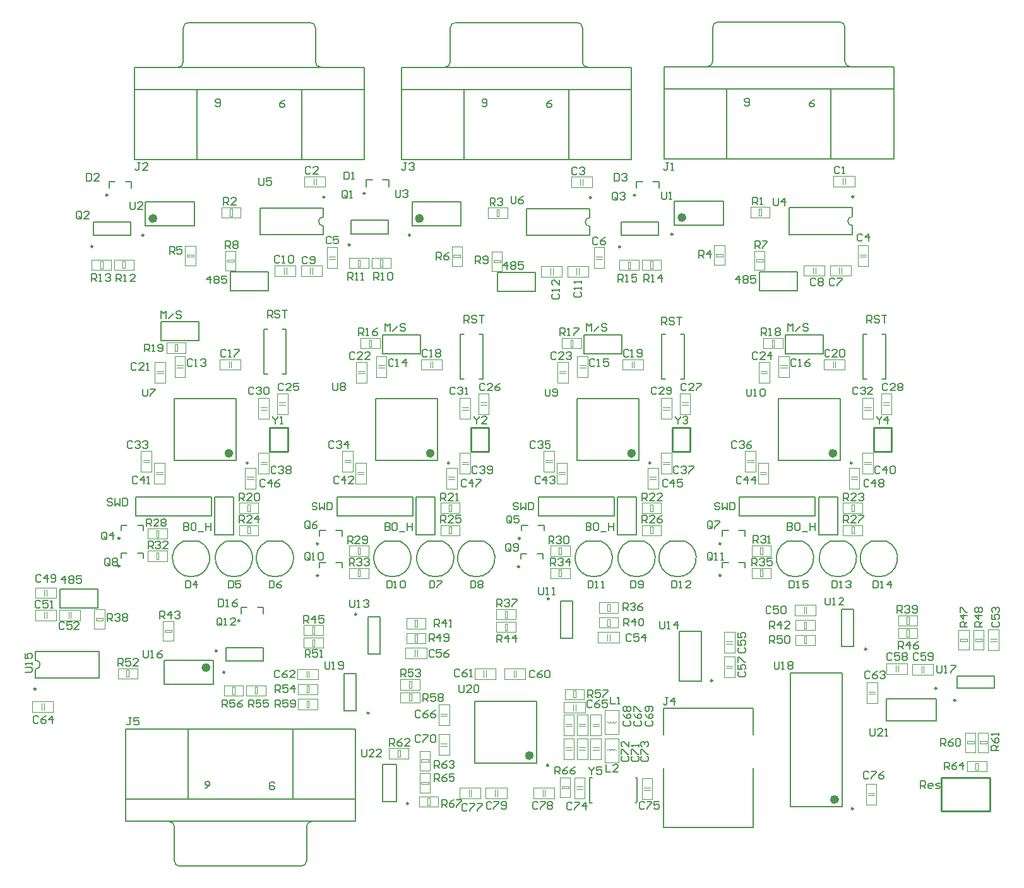
<source format=gto>
%FSLAX44Y44*%
%MOMM*%
G71*
G01*
G75*
G04 Layer_Color=65535*
%ADD10R,3.2000X2.1000*%
%ADD11R,0.9000X2.1000*%
%ADD12R,0.9000X0.6000*%
%ADD13R,0.8000X0.8000*%
%ADD14R,2.0000X0.4000*%
%ADD15R,0.6000X0.9000*%
%ADD16O,0.6000X2.2000*%
%ADD17R,1.1000X2.3000*%
%ADD18R,0.8000X0.8000*%
%ADD19R,0.6000X1.1500*%
%ADD20R,1.3000X0.9000*%
%ADD21O,2.1000X0.3000*%
%ADD22O,0.3000X2.1000*%
%ADD23R,0.4000X2.1500*%
%ADD24R,0.4000X2.1500*%
%ADD25R,0.3500X1.7000*%
%ADD26O,2.5000X0.7000*%
%ADD27O,0.7000X2.5000*%
%ADD28R,2.1000X0.9000*%
%ADD29R,2.1000X3.2000*%
%ADD30O,2.2000X0.6000*%
%ADD31R,2.0000X0.8500*%
%ADD32R,1.1500X1.3000*%
%ADD33R,1.2000X1.3000*%
%ADD34R,0.6000X1.3000*%
%ADD35C,0.2000*%
%ADD36C,0.5000*%
%ADD37R,1.2000X1.2000*%
%ADD38C,1.2000*%
%ADD39C,3.5000*%
%ADD40C,1.5000*%
%ADD41R,1.5000X1.5000*%
%ADD42R,1.5000X1.5000*%
%ADD43C,1.5240*%
%ADD44C,4.5000*%
%ADD45C,4.7600*%
%ADD46R,1.6900X1.6900*%
%ADD47C,1.6900*%
%ADD48C,0.8000*%
%ADD49C,1.0000*%
%ADD50C,0.2032*%
%ADD51R,1.0000X1.0000*%
%ADD52C,0.2540*%
%ADD53C,0.2500*%
%ADD54C,0.1000*%
%ADD55C,0.6000*%
%ADD56C,0.1500*%
D35*
X-329226Y-130351D02*
G03*
X-308596Y-130205I10476J-22699D01*
G01*
X-59226Y-130351D02*
G03*
X-38596Y-130205I10476J-22699D01*
G01*
X210774Y-130351D02*
G03*
X231404Y-130205I10476J-22699D01*
G01*
X480774Y-130351D02*
G03*
X501404Y-130205I10476J-22699D01*
G01*
X-384226Y-130351D02*
G03*
X-363596Y-130205I10476J-22699D01*
G01*
X-114226Y-130351D02*
G03*
X-93596Y-130205I10476J-22699D01*
G01*
X155774Y-130351D02*
G03*
X176404Y-130205I10476J-22699D01*
G01*
X425774Y-130351D02*
G03*
X446404Y-130205I10476J-22699D01*
G01*
X-441726Y-130351D02*
G03*
X-421096Y-130205I10476J-22699D01*
G01*
X-171726Y-130351D02*
G03*
X-151096Y-130205I10476J-22699D01*
G01*
X98274Y-130351D02*
G03*
X118904Y-130205I10476J-22699D01*
G01*
X368274Y-130351D02*
G03*
X388904Y-130205I10476J-22699D01*
G01*
X-639750Y-302000D02*
G03*
X-639750Y-290000I0J6000D01*
G01*
X-254001Y305000D02*
G03*
X-254001Y293000I0J-6000D01*
G01*
X103501Y304250D02*
G03*
X103501Y292250I0J-6000D01*
G01*
X455540Y305500D02*
G03*
X455540Y293500I0J-6000D01*
G01*
X-453600Y-559550D02*
G03*
X-446650Y-566500I6950J0D01*
G01*
X-453650Y-513500D02*
G03*
X-460600Y-506550I-6950J0D01*
G01*
X-283350Y-566500D02*
G03*
X-276400Y-559550I0J6950D01*
G01*
X-269400Y-506550D02*
G03*
X-276350Y-513500I0J-6950D01*
G01*
X-264400Y559050D02*
G03*
X-271350Y566000I-6950J0D01*
G01*
X-264350Y513000D02*
G03*
X-257400Y506050I6950J0D01*
G01*
X-434650Y566000D02*
G03*
X-441600Y559050I0J-6950D01*
G01*
X-448600Y506050D02*
G03*
X-441650Y513000I0J6950D01*
G01*
X93601Y559050D02*
G03*
X86650Y566000I-6950J0D01*
G01*
X93651Y513000D02*
G03*
X100601Y506050I6950J0D01*
G01*
X-76649Y566000D02*
G03*
X-83600Y559050I0J-6950D01*
G01*
X-90599Y506050D02*
G03*
X-83650Y513000I0J6950D01*
G01*
X445640Y559800D02*
G03*
X438690Y566750I-6950J0D01*
G01*
X445690Y513750D02*
G03*
X452640Y506800I6950J0D01*
G01*
X275390Y566750D02*
G03*
X268440Y559800I0J-6950D01*
G01*
X261440Y506800D02*
G03*
X268390Y513750I0J6950D01*
G01*
X501000Y-371500D02*
Y-341500D01*
X568000Y-371500D02*
Y-341500D01*
X501000Y-371500D02*
X568000D01*
X501000Y-341500D02*
X568000D01*
X-561800Y280250D02*
X-511800D01*
X-561800Y298250D02*
X-511800D01*
X-561800Y280250D02*
Y298250D01*
X-511800Y280250D02*
Y298250D01*
X-70000Y147750D02*
X-65000D01*
X-45000D02*
X-40000D01*
X-45000Y87750D02*
X-40000D01*
X-70000D02*
X-65000D01*
X-70000D02*
Y147750D01*
X-40000Y87750D02*
Y147750D01*
X-342100Y-218750D02*
X-334100D01*
Y-227750D02*
Y-218750D01*
X-364100D02*
X-356100D01*
X-364100Y-227750D02*
Y-218750D01*
X-519350Y352750D02*
X-511350D01*
Y343750D02*
Y352750D01*
X-541350D02*
X-533350D01*
X-541350Y343750D02*
Y352750D01*
X-174100Y355000D02*
X-166100D01*
Y346000D02*
Y355000D01*
X-196100D02*
X-188100D01*
X-196100Y346000D02*
Y355000D01*
X188400Y352500D02*
X196400D01*
Y343500D02*
Y352500D01*
X166400D02*
X174400D01*
X166400Y343500D02*
Y352500D01*
X-328910Y-130189D02*
X-308591D01*
X-58910D02*
X-38590D01*
X211089Y-130190D02*
X231409D01*
X481090D02*
X501410D01*
X-383910Y-130189D02*
X-363590D01*
X-113910D02*
X-93589D01*
X156090D02*
X176410D01*
X426090Y-130190D02*
X446410D01*
X-441410Y-130189D02*
X-421090D01*
X-171409Y-130190D02*
X-151089D01*
X98590D02*
X118910D01*
X368590Y-130190D02*
X388910D01*
X202300Y-355000D02*
X322700D01*
X202300Y-515000D02*
Y-435000D01*
X322700Y-515000D02*
Y-435000D01*
X202300Y-515000D02*
X322700D01*
Y-389800D02*
Y-355000D01*
X202300Y-389800D02*
Y-355000D01*
X-471450Y164450D02*
X-420650D01*
X-471450Y139050D02*
Y164450D01*
Y139050D02*
X-420650D01*
Y164450D01*
X-174100Y121550D02*
X-123300D01*
Y146950D01*
X-174100D02*
X-123300D01*
X-174100Y121550D02*
Y146950D01*
X95900Y121550D02*
X146700D01*
Y146950D01*
X95900D02*
X146700D01*
X95900Y121550D02*
Y146950D01*
X365900Y121550D02*
X416700D01*
Y146950D01*
X365900D02*
X416700D01*
X365900Y121550D02*
Y146950D01*
X-505650Y-95949D02*
Y-70549D01*
X-404050D01*
X-505650Y-95949D02*
X-404050D01*
Y-70549D01*
X-235650Y-95949D02*
Y-70549D01*
X-134050D01*
X-235650Y-95949D02*
X-134050D01*
Y-70549D01*
X34350Y-95949D02*
Y-70549D01*
X135950D01*
X34350Y-95949D02*
X135950D01*
Y-70549D01*
X304350Y-95949D02*
Y-70549D01*
X405950D01*
X304350Y-95949D02*
X405950D01*
Y-70549D01*
X-374050Y-121350D02*
Y-70550D01*
X-399450D02*
X-374050D01*
X-399450Y-121350D02*
Y-70550D01*
Y-121350D02*
X-374050D01*
X-104050D02*
Y-70550D01*
X-129450D02*
X-104050D01*
X-129450Y-121350D02*
Y-70550D01*
Y-121350D02*
X-104050D01*
X165950D02*
Y-70550D01*
X140550D02*
X165950D01*
X140550Y-121350D02*
Y-70550D01*
Y-121350D02*
X165950D01*
X435950D02*
Y-70550D01*
X410550D02*
X435950D01*
X410550Y-121350D02*
Y-70550D01*
Y-121350D02*
X435950D01*
X-606850Y-219700D02*
X-556049D01*
Y-194300D01*
X-606850D02*
X-556049D01*
X-606850Y-219700D02*
Y-194300D01*
X-378200Y230950D02*
X-327400D01*
X-378200Y205550D02*
Y230950D01*
Y205550D02*
X-327400D01*
Y230950D01*
X-20700Y230200D02*
X30100D01*
X-20700Y204800D02*
Y230200D01*
Y204800D02*
X30100D01*
Y230200D01*
X331340Y231450D02*
X382141D01*
X331340Y206050D02*
Y231450D01*
Y206050D02*
X382141D01*
Y231450D01*
X-384550Y-291250D02*
X-334550D01*
X-384550Y-273250D02*
X-334550D01*
X-384550Y-291250D02*
Y-273250D01*
X-334550Y-291250D02*
Y-273250D01*
X-216550Y282500D02*
X-166550D01*
X-216550Y300500D02*
X-166550D01*
X-216550Y282500D02*
Y300500D01*
X-166550Y282500D02*
Y300500D01*
X145950Y280000D02*
X195950D01*
X145950Y298000D02*
X195950D01*
X145950Y280000D02*
Y298000D01*
X195950Y280000D02*
Y298000D01*
X200000Y147750D02*
X205000D01*
X225000D02*
X230000D01*
X225000Y87750D02*
X230000D01*
X200000D02*
X205000D01*
X200000D02*
Y147750D01*
X230000Y87750D02*
Y147750D01*
X470000D02*
X475000D01*
X495000D02*
X500000D01*
X495000Y87750D02*
X500000D01*
X470000D02*
X475000D01*
X470000D02*
Y147750D01*
X500000Y87750D02*
Y147750D01*
X-370451Y-22250D02*
Y60750D01*
X-453450Y-22250D02*
Y60750D01*
Y-22250D02*
X-370451D01*
X-453450Y60750D02*
X-370451D01*
X169549Y-22250D02*
Y60750D01*
X86549Y-22250D02*
Y60750D01*
Y-22250D02*
X169549D01*
X86549Y60750D02*
X169549D01*
X439549Y-22250D02*
Y60750D01*
X356549Y-22250D02*
Y60750D01*
Y-22250D02*
X439549D01*
X356549Y60750D02*
X439549D01*
X-639750Y-314000D02*
Y-302000D01*
Y-290000D02*
Y-278000D01*
X-554750Y-314000D02*
Y-278000D01*
X-639750Y-314000D02*
X-554750D01*
X-639750Y-278000D02*
X-554750D01*
X-254000Y305000D02*
Y317000D01*
Y281000D02*
Y293000D01*
X-339001Y281000D02*
Y317000D01*
X-254000D01*
X-339001Y281000D02*
X-254000D01*
X103500Y304250D02*
Y316250D01*
Y280250D02*
Y292250D01*
X18500Y280250D02*
Y316250D01*
X103500D01*
X18500Y280250D02*
X103500D01*
X455540Y305500D02*
Y317500D01*
Y281500D02*
Y293500D01*
X370540Y281500D02*
Y317500D01*
X455540D01*
X370540Y281500D02*
X455540D01*
X-467250Y-322000D02*
Y-290000D01*
X-401250Y-322000D02*
Y-290000D01*
X-467250Y-322000D02*
X-401250D01*
X-467250Y-290000D02*
X-401250D01*
X-69000Y293001D02*
Y325000D01*
X-135000Y293001D02*
Y325000D01*
X-69000D01*
X-135000Y293001D02*
X-69000D01*
X283040Y294250D02*
Y326250D01*
X217040Y294250D02*
Y326250D01*
X283040D01*
X217040Y294250D02*
X283040D01*
X-194000Y-281500D02*
Y-231500D01*
X-178000Y-281500D02*
Y-231500D01*
X-194000D02*
X-178000D01*
X-194000Y-281500D02*
X-178000D01*
X457000Y-272000D02*
Y-222000D01*
X441000Y-272000D02*
Y-222000D01*
Y-272000D02*
X457000D01*
X441000Y-222000D02*
X457000D01*
X595950Y-327500D02*
X645950D01*
X595950Y-311500D02*
X645950D01*
X595950Y-327500D02*
Y-311500D01*
X645950Y-327500D02*
Y-311500D01*
X-210250Y-358000D02*
Y-308000D01*
X-226250Y-358000D02*
Y-308000D01*
Y-358000D02*
X-210250D01*
X-226250Y-308000D02*
X-210250D01*
X64250Y-260500D02*
Y-210500D01*
X80250Y-260500D02*
Y-210500D01*
X64250D02*
X80250D01*
X64250Y-260500D02*
X80250D01*
X253250Y-318000D02*
Y-251000D01*
X223250Y-318000D02*
Y-251000D01*
Y-318000D02*
X253250D01*
X223250Y-251000D02*
X253250D01*
X32500Y-428000D02*
Y-345000D01*
X-50500Y-428000D02*
Y-345000D01*
Y-428000D02*
X32500D01*
X-50500Y-345000D02*
X32500D01*
X-174000Y-430000D02*
X-156000D01*
X-174000Y-480000D02*
X-156000D01*
X-174000D02*
Y-430000D01*
X-156000Y-480000D02*
Y-430000D01*
X372250Y-307000D02*
X441750D01*
X372250Y-487000D02*
X441750D01*
X372250D02*
Y-307000D01*
X441750Y-487000D02*
Y-307000D01*
X103750Y-481500D02*
Y-447500D01*
X106750D01*
X103750Y-481500D02*
X106750D01*
X164750Y-447500D02*
X166750D01*
Y-479500D02*
Y-447500D01*
X164750Y-481500D02*
X166750Y-479500D01*
X-333750Y154250D02*
X-328750D01*
X-308750D02*
X-303750D01*
X-308750Y94250D02*
X-303750D01*
X-333750D02*
X-328750D01*
X-333750D02*
Y154250D01*
X-303750Y94250D02*
Y154250D01*
X-426501Y293001D02*
Y325000D01*
X-492501Y293001D02*
Y325000D01*
X-426501D01*
X-492501Y293001D02*
X-426501D01*
X-100451Y-22250D02*
Y60750D01*
X-183451Y-22250D02*
Y60750D01*
Y-22250D02*
X-100451D01*
X-183451Y60750D02*
X-100451D01*
X-453650Y-559500D02*
Y-513500D01*
X-276350Y-559500D02*
Y-513500D01*
X-295000Y-476500D02*
Y-382500D01*
X-519000Y-506500D02*
X-211000D01*
X-435000Y-476500D02*
Y-382500D01*
X-519000Y-382500D02*
X-211000D01*
X-446650Y-566500D02*
X-283350D01*
X-211000Y-506500D02*
Y-382500D01*
X-519000Y-506500D02*
Y-382500D01*
Y-476500D02*
X-211000D01*
X-264350Y513000D02*
Y559000D01*
X-441650Y513000D02*
Y559000D01*
X-423000Y382000D02*
Y476000D01*
X-507000Y506000D02*
X-199000D01*
X-283000Y382000D02*
Y476000D01*
X-507000Y382000D02*
X-199000D01*
X-434650Y566000D02*
X-271350D01*
X-507000Y382000D02*
Y506000D01*
X-199000Y382000D02*
Y506000D01*
X-507000Y476000D02*
X-199000D01*
X93651Y513000D02*
Y559000D01*
X-83650Y513000D02*
Y559000D01*
X-64999Y382000D02*
Y476000D01*
X-149000Y506000D02*
X159001D01*
X75001Y382000D02*
Y476000D01*
X-149000Y382000D02*
X159001D01*
X-76649Y566000D02*
X86650D01*
X-149000Y382000D02*
Y506000D01*
X159001Y382000D02*
Y506000D01*
X-149000Y476000D02*
X159001D01*
X445690Y513750D02*
Y559750D01*
X268390Y513750D02*
Y559750D01*
X287040Y382750D02*
Y476750D01*
X203040Y506750D02*
X511040D01*
X427040Y382750D02*
Y476750D01*
X203040Y382750D02*
X511040D01*
X275390Y566750D02*
X438690D01*
X203040Y382750D02*
Y506750D01*
X511040Y382750D02*
Y506750D01*
X203040Y476750D02*
X511040D01*
X-236750Y-158750D02*
X-228750D01*
Y-165750D02*
Y-158750D01*
X-258750D02*
X-250750D01*
X-258750Y-165750D02*
Y-158750D01*
X303250D02*
X311250D01*
Y-165750D02*
Y-158750D01*
X281250D02*
X289250D01*
X281250Y-165750D02*
Y-158750D01*
X33000Y-147000D02*
X41000D01*
Y-154000D02*
Y-147000D01*
X11000D02*
X19000D01*
X11000Y-154000D02*
Y-147000D01*
X-503000Y-146000D02*
X-495000D01*
Y-153000D02*
Y-146000D01*
X-525000D02*
X-517000D01*
X-525000Y-153000D02*
Y-146000D01*
X-236750Y-116250D02*
X-228750D01*
Y-123250D02*
Y-116250D01*
X-258750D02*
X-250750D01*
X-258750Y-123250D02*
Y-116250D01*
X303250D02*
X311250D01*
Y-123250D02*
Y-116250D01*
X281250D02*
X289250D01*
X281250Y-123250D02*
Y-116250D01*
X-503000Y-109000D02*
X-495000D01*
Y-116000D02*
Y-109000D01*
X-525000D02*
X-517000D01*
X-525000Y-116000D02*
Y-109000D01*
X34000D02*
X42000D01*
Y-116000D02*
Y-109000D01*
X12000D02*
X20000D01*
X12000Y-116000D02*
Y-109000D01*
D52*
X484250Y-9750D02*
X508250D01*
Y22250D01*
X484250D02*
X508250D01*
X484250Y-9750D02*
Y22250D01*
X214250Y-9750D02*
X238250D01*
Y22250D01*
X214250D02*
X238250D01*
X214250Y-9750D02*
Y22250D01*
X-55750Y-9750D02*
X-31750D01*
Y22250D01*
X-55750D02*
X-31750D01*
X-55750Y-9750D02*
Y22250D01*
X-325750Y-9750D02*
X-301750D01*
Y22250D01*
X-325750D02*
X-301750D01*
X-325750Y-9750D02*
Y22250D01*
X575000Y-492500D02*
Y-447500D01*
Y-492500D02*
X640000D01*
Y-447500D01*
X575000D02*
X640000D01*
D53*
X568750Y-328000D02*
G03*
X568750Y-328000I-1250J0D01*
G01*
X-563100Y265250D02*
G03*
X-563100Y265250I-1250J0D01*
G01*
X-365850Y-237000D02*
G03*
X-365850Y-237000I-1250J0D01*
G01*
X-543100Y334500D02*
G03*
X-543100Y334500I-1250J0D01*
G01*
X-197850Y336749D02*
G03*
X-197850Y336749I-1250J0D01*
G01*
X164650Y334250D02*
G03*
X164650Y334250I-1250J0D01*
G01*
X-385850Y-306250D02*
G03*
X-385850Y-306250I-1250J0D01*
G01*
X-217850Y267500D02*
G03*
X-217850Y267500I-1250J0D01*
G01*
X144650Y265000D02*
G03*
X144650Y265000I-1250J0D01*
G01*
X-354701Y-25250D02*
G03*
X-354701Y-25250I-1250J0D01*
G01*
X185300Y-25250D02*
G03*
X185300Y-25250I-1250J0D01*
G01*
X455300Y-25250D02*
G03*
X455300Y-25250I-1250J0D01*
G01*
X-639250Y-328750D02*
G03*
X-639250Y-328750I-1250J0D01*
G01*
X-252001Y331750D02*
G03*
X-252001Y331750I-1250J0D01*
G01*
X105501Y331000D02*
G03*
X105501Y331000I-1250J0D01*
G01*
X457540Y332250D02*
G03*
X457540Y332250I-1250J0D01*
G01*
X-396500Y-277500D02*
G03*
X-396500Y-277500I-1250J0D01*
G01*
X-137250Y280500D02*
G03*
X-137250Y280500I-1250J0D01*
G01*
X214790Y281750D02*
G03*
X214790Y281750I-1250J0D01*
G01*
X-209250Y-228450D02*
G03*
X-209250Y-228450I-1250J0D01*
G01*
X474750Y-275050D02*
G03*
X474750Y-275050I-1250J0D01*
G01*
X594150Y-344000D02*
G03*
X594150Y-344000I-1250J0D01*
G01*
X-192500Y-361050D02*
G03*
X-192500Y-361050I-1250J0D01*
G01*
X49000Y-207450D02*
G03*
X49000Y-207450I-1250J0D01*
G01*
X268000Y-317500D02*
G03*
X268000Y-317500I-1250J0D01*
G01*
X48250Y-431000D02*
G03*
X48250Y-431000I-1250J0D01*
G01*
X-139750Y-482550D02*
G03*
X-139750Y-482550I-1250J0D01*
G01*
X457000Y-489300D02*
G03*
X457000Y-489300I-1250J0D01*
G01*
X-494751Y280500D02*
G03*
X-494751Y280500I-1250J0D01*
G01*
X-84701Y-25250D02*
G03*
X-84701Y-25250I-1250J0D01*
G01*
X-260500Y-176250D02*
G03*
X-260500Y-176250I-1250J0D01*
G01*
X279500D02*
G03*
X279500Y-176250I-1250J0D01*
G01*
X9250Y-164500D02*
G03*
X9250Y-164500I-1250J0D01*
G01*
X-526750Y-163500D02*
G03*
X-526750Y-163500I-1250J0D01*
G01*
X-260500Y-133750D02*
G03*
X-260500Y-133750I-1250J0D01*
G01*
X279500D02*
G03*
X279500Y-133750I-1250J0D01*
G01*
X-526750Y-126500D02*
G03*
X-526750Y-126500I-1250J0D01*
G01*
X10250D02*
G03*
X10250Y-126500I-1250J0D01*
G01*
D54*
X139096Y-412016D02*
G03*
X135032Y-412016I-2032J0D01*
G01*
D02*
G03*
X130968Y-412016I-2032J0D01*
G01*
D02*
G03*
X126904Y-412016I-2032J0D01*
G01*
Y-372484D02*
G03*
X130968Y-372484I2032J0D01*
G01*
D02*
G03*
X135032Y-372484I2032J0D01*
G01*
D02*
G03*
X139096Y-372484I2032J0D01*
G01*
X272715Y255024D02*
X282113D01*
X272715Y251976D02*
Y255024D01*
Y251976D02*
X282113D01*
Y255024D01*
X284541Y240501D02*
Y266500D01*
X270541Y240501D02*
X284541D01*
X270541D02*
Y266500D01*
X284541D01*
X418540Y226000D02*
Y240000D01*
X390540D02*
X418540D01*
X390540Y226000D02*
Y240000D01*
Y226000D02*
X418540D01*
X403016Y228682D02*
Y237318D01*
X406064Y228682D02*
Y237318D01*
X-79325Y253774D02*
X-69928D01*
X-79325Y250726D02*
Y253774D01*
Y250726D02*
X-69928D01*
Y253774D01*
X-67499Y239251D02*
Y265250D01*
X-81500Y239251D02*
X-67499D01*
X-81500D02*
Y265250D01*
X-67499D01*
X66500Y224750D02*
Y238750D01*
X38500D02*
X66500D01*
X38500Y224750D02*
Y238750D01*
Y224750D02*
X66500D01*
X50976Y227432D02*
Y236068D01*
X54024Y227432D02*
Y236068D01*
X-436826Y254524D02*
X-427428D01*
X-436826Y251476D02*
Y254524D01*
Y251476D02*
X-427428D01*
Y254524D01*
X-425000Y240001D02*
Y266000D01*
X-439000Y240001D02*
X-425000D01*
X-439000D02*
Y266000D01*
X-425000D01*
X-291000Y225500D02*
Y239500D01*
X-319000D02*
X-291000D01*
X-319000Y225500D02*
Y239500D01*
Y225500D02*
X-291000D01*
X-306524Y228182D02*
Y236818D01*
X-303476Y228182D02*
Y236818D01*
X84524Y-340572D02*
Y-331174D01*
X81476D02*
X84524D01*
X81476Y-340572D02*
Y-331174D01*
Y-340572D02*
X84524D01*
X70000Y-343000D02*
X96000D01*
X70000D02*
Y-329000D01*
X96000D01*
Y-343000D02*
Y-329000D01*
X-607750Y-236500D02*
Y-222500D01*
Y-236500D02*
X-579750D01*
Y-222500D01*
X-607750D02*
X-579750D01*
X-592226Y-233818D02*
Y-225182D01*
X-595274Y-233818D02*
Y-225182D01*
X-466572Y-252524D02*
X-457174D01*
Y-249476D01*
X-466572D02*
X-457174D01*
X-466572Y-252524D02*
Y-249476D01*
X-469000Y-264000D02*
Y-238000D01*
X-455000D01*
Y-264000D02*
Y-238000D01*
X-469000Y-264000D02*
X-455000D01*
X-315750Y68249D02*
X-301749D01*
X-315750Y40249D02*
Y68249D01*
Y40249D02*
X-301749D01*
Y68249D01*
X-313067Y52725D02*
X-304431D01*
X-313067Y55773D02*
X-304431D01*
X-45750Y68249D02*
X-31750D01*
X-45750Y40249D02*
Y68249D01*
Y40249D02*
X-31750D01*
Y68249D01*
X-43067Y52725D02*
X-34432D01*
X-43067Y55773D02*
X-34432D01*
X224250Y68249D02*
X238250D01*
X224250Y40249D02*
Y68249D01*
Y40249D02*
X238250D01*
Y68249D01*
X226932Y52725D02*
X235568D01*
X226932Y55773D02*
X235568D01*
X494250Y68249D02*
X508251D01*
X494250Y40249D02*
Y68249D01*
Y40249D02*
X508251D01*
Y68249D01*
X496933Y52725D02*
X505569D01*
X496933Y55773D02*
X505569D01*
X-453250Y118250D02*
X-439250D01*
X-453250Y90251D02*
Y118250D01*
Y90251D02*
X-439250D01*
Y118250D01*
X-450568Y102726D02*
X-441932D01*
X-450568Y105774D02*
X-441932D01*
X-183250Y118250D02*
X-169250D01*
X-183250Y90251D02*
Y118250D01*
Y90251D02*
X-169250D01*
Y118250D01*
X-180568Y102726D02*
X-171932D01*
X-180568Y105774D02*
X-171932D01*
X86750Y118250D02*
X100750D01*
X86750Y90251D02*
Y118250D01*
Y90251D02*
X100750D01*
Y118250D01*
X89432Y102726D02*
X98068D01*
X89432Y105774D02*
X98068D01*
X356750Y118250D02*
X370750D01*
X356750Y90251D02*
Y118250D01*
Y90251D02*
X370750D01*
Y118250D01*
X359432Y102726D02*
X368068D01*
X359432Y105774D02*
X368068D01*
X-498250Y-37250D02*
X-484250D01*
Y-9250D01*
X-498250D02*
X-484250D01*
X-498250Y-37250D02*
Y-9250D01*
X-495568Y-21726D02*
X-486932D01*
X-495568Y-24774D02*
X-486932D01*
X-228250Y-37250D02*
X-214250D01*
Y-9250D01*
X-228250D02*
X-214250D01*
X-228250Y-37250D02*
Y-9250D01*
X-225569Y-21726D02*
X-216933D01*
X-225569Y-24774D02*
X-216933D01*
X41750Y-37250D02*
X55750D01*
Y-9250D01*
X41750D02*
X55750D01*
X41750Y-37250D02*
Y-9250D01*
X44432Y-21726D02*
X53068D01*
X44432Y-24774D02*
X53068D01*
X311750Y-37250D02*
X325750D01*
Y-9250D01*
X311750D02*
X325750D01*
X311750Y-37250D02*
Y-9250D01*
X314431Y-21726D02*
X323068D01*
X314431Y-24774D02*
X323068D01*
X-340750Y33750D02*
X-326749D01*
Y61750D01*
X-340750D02*
X-326749D01*
X-340750Y33750D02*
Y61750D01*
X-338067Y49274D02*
X-329431D01*
X-338067Y46226D02*
X-329431D01*
X-70750Y33750D02*
X-56749D01*
Y61750D01*
X-70750D02*
X-56749D01*
X-70750Y33750D02*
Y61750D01*
X-68067Y49274D02*
X-59431D01*
X-68067Y46226D02*
X-59431D01*
X199251Y33750D02*
X213251D01*
Y61750D01*
X199251D02*
X213251D01*
X199251Y33750D02*
Y61750D01*
X201933Y49274D02*
X210569D01*
X201933Y46226D02*
X210569D01*
X469250Y33750D02*
X483251D01*
Y61750D01*
X469250D02*
X483251D01*
X469250Y33750D02*
Y61750D01*
X471932Y49274D02*
X480568D01*
X471932Y46226D02*
X480568D01*
X-358750Y-59750D02*
X-344750D01*
Y-31750D01*
X-358750D02*
X-344750D01*
X-358750Y-59750D02*
Y-31750D01*
X-356068Y-44226D02*
X-347432D01*
X-356068Y-47274D02*
X-347432D01*
X-88750Y-59750D02*
X-74750D01*
Y-31750D01*
X-88750D02*
X-74750D01*
X-88750Y-59750D02*
Y-31750D01*
X-86068Y-44226D02*
X-77432D01*
X-86068Y-47274D02*
X-77432D01*
X181250Y-59750D02*
X195250D01*
Y-31749D01*
X181250D02*
X195250D01*
X181250Y-59750D02*
Y-31749D01*
X183932Y-44225D02*
X192568D01*
X183932Y-47273D02*
X192568D01*
X451250Y-59750D02*
X465250D01*
Y-31750D01*
X451250D02*
X465250D01*
X451250Y-59750D02*
Y-31750D01*
X453932Y-44226D02*
X462568D01*
X453932Y-47274D02*
X462568D01*
X-340749Y-39750D02*
X-326749D01*
Y-11750D01*
X-340749D02*
X-326749D01*
X-340749Y-39750D02*
Y-11750D01*
X-338068Y-24226D02*
X-329432D01*
X-338068Y-27274D02*
X-329432D01*
X-70749Y-39750D02*
X-56749D01*
Y-11750D01*
X-70749D02*
X-56749D01*
X-70749Y-39750D02*
Y-11750D01*
X-68068Y-24226D02*
X-59432D01*
X-68068Y-27274D02*
X-59432D01*
X199251Y-39750D02*
X213251D01*
Y-11750D01*
X199251D02*
X213251D01*
X199251Y-39750D02*
Y-11750D01*
X201933Y-24226D02*
X210569D01*
X201933Y-27274D02*
X210569D01*
X469251Y-39750D02*
X483251D01*
Y-11750D01*
X469251D02*
X483251D01*
X469251Y-39750D02*
Y-11750D01*
X471933Y-24226D02*
X480569D01*
X471933Y-27274D02*
X480569D01*
X-364750Y99750D02*
Y113751D01*
X-392750D02*
X-364750D01*
X-392750Y99750D02*
Y113751D01*
Y99750D02*
X-364750D01*
X-380274Y102432D02*
Y111068D01*
X-377226Y102432D02*
Y111068D01*
X-94750Y99750D02*
Y113750D01*
X-122750D02*
X-94750D01*
X-122750Y99750D02*
Y113750D01*
Y99750D02*
X-94750D01*
X-110274Y102432D02*
Y111068D01*
X-107226Y102432D02*
Y111068D01*
X175251Y99750D02*
Y113750D01*
X147250D02*
X175251D01*
X147250Y99750D02*
Y113750D01*
Y99750D02*
X175251D01*
X159727Y102432D02*
Y111068D01*
X162775Y102432D02*
Y111068D01*
X445250Y99750D02*
Y113750D01*
X417250D02*
X445250D01*
X417250Y99750D02*
Y113750D01*
Y99750D02*
X445250D01*
X429726Y102432D02*
Y111068D01*
X432774Y102432D02*
Y111068D01*
X-479751Y110250D02*
X-465750D01*
X-479751Y82250D02*
Y110250D01*
Y82250D02*
X-465750D01*
Y110250D01*
X-477068Y94726D02*
X-468432D01*
X-477068Y97774D02*
X-468432D01*
X-209750Y110250D02*
X-195751D01*
X-209750Y82250D02*
Y110250D01*
Y82250D02*
X-195751D01*
Y110250D01*
X-207068Y94726D02*
X-198432D01*
X-207068Y97774D02*
X-198432D01*
X60250Y110250D02*
X74250D01*
X60250Y82250D02*
Y110250D01*
Y82250D02*
X74250D01*
Y110250D01*
X62932Y94726D02*
X71568D01*
X62932Y97774D02*
X71568D01*
X330250Y110250D02*
X344249D01*
X330250Y82250D02*
Y110250D01*
Y82250D02*
X344249D01*
Y110250D01*
X332932Y94726D02*
X341568D01*
X332932Y97774D02*
X341568D01*
X-480750Y-53250D02*
X-466750D01*
Y-25250D01*
X-480750D02*
X-466750D01*
X-480750Y-53250D02*
Y-25250D01*
X-478068Y-37727D02*
X-469432D01*
X-478068Y-40774D02*
X-469432D01*
X-210750Y-53250D02*
X-196750D01*
Y-25250D01*
X-210750D02*
X-196750D01*
X-210750Y-53250D02*
Y-25250D01*
X-208068Y-37727D02*
X-199432D01*
X-208068Y-40774D02*
X-199432D01*
X59250Y-53250D02*
X73250D01*
Y-25250D01*
X59250D02*
X73250D01*
X59250Y-53250D02*
Y-25250D01*
X61932Y-37727D02*
X70568D01*
X61932Y-40774D02*
X70568D01*
X329250Y-53250D02*
X343250D01*
Y-25250D01*
X329250D02*
X343250D01*
X329250Y-53250D02*
Y-25250D01*
X331932Y-37727D02*
X340568D01*
X331932Y-40774D02*
X340568D01*
X-640250Y-206500D02*
Y-192500D01*
Y-206500D02*
X-612250D01*
Y-192500D01*
X-640250D02*
X-612250D01*
X-624726Y-203818D02*
Y-195182D01*
X-627774Y-203818D02*
Y-195182D01*
X-644000Y-359500D02*
Y-345500D01*
Y-359500D02*
X-616000D01*
Y-345500D01*
X-644000D02*
X-616000D01*
X-628476Y-356818D02*
Y-348182D01*
X-631524Y-356818D02*
Y-348182D01*
X-251000Y345500D02*
Y359500D01*
X-279000D02*
X-251000D01*
X-279000Y345500D02*
Y359500D01*
Y345500D02*
X-251000D01*
X-266524Y348182D02*
Y356818D01*
X-263476Y348182D02*
Y356818D01*
X106500Y344750D02*
Y358750D01*
X78500D02*
X106500D01*
X78500Y344750D02*
Y358750D01*
Y344750D02*
X106500D01*
X90976Y347432D02*
Y356068D01*
X94024Y347432D02*
Y356068D01*
X458541Y346000D02*
Y360000D01*
X430541D02*
X458541D01*
X430541Y346000D02*
Y360000D01*
Y346000D02*
X458541D01*
X443017Y348682D02*
Y357318D01*
X446065Y348682D02*
Y357318D01*
X-143500Y-287500D02*
Y-273500D01*
Y-287500D02*
X-115500D01*
Y-273500D01*
X-143500D02*
X-115500D01*
X-127976Y-284818D02*
Y-276182D01*
X-131024Y-284818D02*
Y-276182D01*
X406500Y-230000D02*
Y-216000D01*
X378500D02*
X406500D01*
X378500Y-230000D02*
Y-216000D01*
Y-230000D02*
X406500D01*
X390976Y-227318D02*
Y-218682D01*
X394024Y-227318D02*
Y-218682D01*
X637950Y-277000D02*
X651950D01*
Y-249000D01*
X637950D02*
X651950D01*
X637950Y-277000D02*
Y-249000D01*
X640632Y-261476D02*
X649268D01*
X640632Y-264524D02*
X649268D01*
X-260750Y-316000D02*
Y-301999D01*
X-288750D02*
X-260750D01*
X-288750Y-316000D02*
Y-301999D01*
Y-316000D02*
X-260750D01*
X-276274Y-313318D02*
Y-304682D01*
X-273226Y-313318D02*
Y-304682D01*
X114750Y-266500D02*
Y-252500D01*
Y-266500D02*
X142750D01*
Y-252500D01*
X114750D02*
X142750D01*
X130274Y-263818D02*
Y-255182D01*
X127226Y-263818D02*
Y-255182D01*
X56000Y-475500D02*
Y-461500D01*
X28000D02*
X56000D01*
X28000Y-475500D02*
Y-461500D01*
Y-475500D02*
X56000D01*
X40476Y-472818D02*
Y-464182D01*
X43524Y-472818D02*
Y-464182D01*
X82750Y-475500D02*
X96750D01*
Y-447500D01*
X82750D02*
X96750D01*
X82750Y-475500D02*
Y-447500D01*
X85432Y-459976D02*
X94068D01*
X85432Y-463024D02*
X94068D01*
X173500Y-448750D02*
X187500D01*
X173500Y-476750D02*
Y-448750D01*
Y-476750D02*
X187500D01*
Y-448750D01*
X176182Y-464274D02*
X184818D01*
X176182Y-461226D02*
X184818D01*
X104500Y-395000D02*
X118500D01*
X104500Y-423000D02*
Y-395000D01*
Y-423000D02*
X118500D01*
Y-395000D01*
X107182Y-410524D02*
X115818D01*
X107182Y-407476D02*
X115818D01*
X123500Y-395000D02*
X142500D01*
X123500Y-427000D02*
Y-395000D01*
X142500Y-427000D02*
Y-395000D01*
X123500Y-427000D02*
X142500D01*
X123500Y-389500D02*
X142500D01*
Y-357500D01*
X123500Y-389500D02*
Y-357500D01*
X142500D01*
X-342576Y-335322D02*
Y-325924D01*
X-345624D02*
X-342576D01*
X-345624Y-335322D02*
Y-325924D01*
Y-335322D02*
X-342576D01*
X-357100Y-337749D02*
X-331100D01*
X-357100D02*
Y-323750D01*
X-331100D01*
Y-337749D02*
Y-323750D01*
X-519826Y236178D02*
Y245576D01*
X-522874D02*
X-519826D01*
X-522874Y236178D02*
Y245576D01*
Y236178D02*
X-519826D01*
X-534350Y233750D02*
X-508350D01*
X-534350D02*
Y247750D01*
X-508350D01*
Y233750D02*
Y247750D01*
X-174576Y238429D02*
Y247827D01*
X-177624D02*
X-174576D01*
X-177624Y238429D02*
Y247827D01*
Y238429D02*
X-174576D01*
X-189100Y236000D02*
X-163100D01*
X-189100D02*
Y250000D01*
X-163100D01*
Y236000D02*
Y250000D01*
X187924Y235929D02*
Y245327D01*
X184876D02*
X187924D01*
X184876Y235929D02*
Y245327D01*
Y235929D02*
X187924D01*
X173400Y233500D02*
X199400D01*
X173400D02*
Y247500D01*
X199400D01*
Y233500D02*
Y247500D01*
X-375624Y-335576D02*
Y-326178D01*
Y-335576D02*
X-372576D01*
Y-326178D01*
X-375624D02*
X-372576D01*
X-387100Y-323750D02*
X-361100D01*
Y-337750D02*
Y-323750D01*
X-387100Y-337750D02*
X-361100D01*
X-387100D02*
Y-323750D01*
X-552874Y235924D02*
Y245322D01*
Y235924D02*
X-549826D01*
Y245322D01*
X-552874D02*
X-549826D01*
X-564350Y247750D02*
X-538350D01*
Y233750D02*
Y247750D01*
X-564350Y233750D02*
X-538350D01*
X-564350D02*
Y247750D01*
X-207624Y238174D02*
Y247572D01*
Y238174D02*
X-204576D01*
Y247572D01*
X-207624D02*
X-204576D01*
X-219100Y250000D02*
X-193100D01*
Y236000D02*
Y250000D01*
X-219100Y236000D02*
X-193100D01*
X-219100D02*
Y250000D01*
X154875Y235674D02*
Y245072D01*
Y235674D02*
X157923D01*
Y245072D01*
X154875D02*
X157923D01*
X143400Y247500D02*
X169400D01*
Y233500D02*
Y247500D01*
X143400Y233500D02*
X169400D01*
X143400D02*
Y247500D01*
X-452773Y124424D02*
Y133822D01*
Y124424D02*
X-449725D01*
Y133822D01*
X-452773D02*
X-449725D01*
X-464249Y136250D02*
X-438249D01*
Y122250D02*
Y136250D01*
X-464249Y122250D02*
X-438249D01*
X-464249D02*
Y136250D01*
X-192274Y130674D02*
Y140072D01*
Y130674D02*
X-189226D01*
Y140072D01*
X-192274D02*
X-189226D01*
X-203749Y142500D02*
X-177749D01*
Y128500D02*
Y142500D01*
X-203749Y128500D02*
X-177749D01*
X-203749D02*
Y142500D01*
X77726Y130674D02*
Y140072D01*
Y130674D02*
X80774D01*
Y140072D01*
X77726D02*
X80774D01*
X66251Y142500D02*
X92251D01*
Y128500D02*
Y142500D01*
X66251Y128500D02*
X92251D01*
X66251D02*
Y142500D01*
X347727Y130674D02*
Y140072D01*
Y130674D02*
X350774D01*
Y140072D01*
X347727D02*
X350774D01*
X336251Y142500D02*
X362251D01*
Y128500D02*
Y142500D01*
X336251Y128500D02*
X362251D01*
X336251D02*
Y142500D01*
X-355274Y-90575D02*
Y-81177D01*
Y-90575D02*
X-352225D01*
Y-81177D01*
X-355274D02*
X-352225D01*
X-366749Y-78749D02*
X-340749D01*
Y-92750D02*
Y-78749D01*
X-366749Y-92750D02*
X-340749D01*
X-366749D02*
Y-78749D01*
X-85274Y-90575D02*
Y-81177D01*
Y-90575D02*
X-82226D01*
Y-81177D01*
X-85274D02*
X-82226D01*
X-96749Y-78749D02*
X-70749D01*
Y-92750D02*
Y-78749D01*
X-96749Y-92750D02*
X-70749D01*
X-96749D02*
Y-78749D01*
X184727Y-90576D02*
Y-81178D01*
Y-90576D02*
X187775D01*
Y-81178D01*
X184727D02*
X187775D01*
X173251Y-78749D02*
X199251D01*
Y-92750D02*
Y-78749D01*
X173251Y-92750D02*
X199251D01*
X173251D02*
Y-78749D01*
X454727Y-90576D02*
Y-81178D01*
Y-90576D02*
X457775D01*
Y-81178D01*
X454727D02*
X457775D01*
X443251Y-78749D02*
X469251D01*
Y-92750D02*
Y-78749D01*
X443251Y-92750D02*
X469251D01*
X443251D02*
Y-78749D01*
X-352225Y-120322D02*
Y-110924D01*
X-355273D02*
X-352225D01*
X-355273Y-120322D02*
Y-110924D01*
Y-120322D02*
X-352225D01*
X-366749Y-122750D02*
X-340749D01*
X-366749D02*
Y-108750D01*
X-340749D01*
Y-122750D02*
Y-108750D01*
X-82225Y-120322D02*
Y-110924D01*
X-85273D02*
X-82225D01*
X-85273Y-120322D02*
Y-110924D01*
Y-120322D02*
X-82225D01*
X-96749Y-122750D02*
X-70749D01*
X-96749D02*
Y-108750D01*
X-70749D01*
Y-122750D02*
Y-108750D01*
X187775Y-120321D02*
Y-110923D01*
X184727D02*
X187775D01*
X184727Y-120321D02*
Y-110923D01*
Y-120321D02*
X187775D01*
X173251Y-122750D02*
X199251D01*
X173251D02*
Y-108750D01*
X199251D01*
Y-122750D02*
Y-108750D01*
X457775Y-120322D02*
Y-110924D01*
X454727D02*
X457775D01*
X454727Y-120322D02*
Y-110924D01*
Y-120322D02*
X457775D01*
X443251Y-122750D02*
X469251D01*
X443251D02*
Y-108750D01*
X469251D01*
Y-122750D02*
Y-108750D01*
X-558572Y-236524D02*
X-549174D01*
Y-233476D01*
X-558572D02*
X-549174D01*
X-558572Y-236524D02*
Y-233476D01*
X-561000Y-248000D02*
Y-222000D01*
X-547000D01*
Y-248000D02*
Y-222000D01*
X-561000Y-248000D02*
X-547000D01*
X-383073Y244476D02*
X-373675D01*
Y247524D01*
X-383073D02*
X-373675D01*
X-383073Y244476D02*
Y247524D01*
X-385501Y233000D02*
Y259000D01*
X-371501D01*
Y233000D02*
Y259000D01*
X-385501Y233000D02*
X-371501D01*
X-25572Y243726D02*
X-16174D01*
Y246774D01*
X-25572D02*
X-16174D01*
X-25572Y243726D02*
Y246774D01*
X-28000Y232250D02*
Y258250D01*
X-14000D01*
Y232250D02*
Y258250D01*
X-28000Y232250D02*
X-14000D01*
X326468Y244976D02*
X335866D01*
Y248024D01*
X326468D02*
X335866D01*
X326468Y244976D02*
Y248024D01*
X324040Y233500D02*
Y259500D01*
X338040D01*
Y233500D02*
Y259500D01*
X324040Y233500D02*
X338040D01*
X-514725Y-312572D02*
Y-303174D01*
X-517774D02*
X-514725D01*
X-517774Y-312572D02*
Y-303174D01*
Y-312572D02*
X-514725D01*
X-529250Y-315000D02*
X-503250D01*
X-529250D02*
Y-301000D01*
X-503250D01*
Y-315000D02*
Y-301000D01*
X-379025Y306174D02*
Y315572D01*
Y306174D02*
X-375977D01*
Y315572D01*
X-379025D02*
X-375977D01*
X-390500Y318000D02*
X-364501D01*
Y304000D02*
Y318000D01*
X-390500Y304000D02*
X-364501D01*
X-390500D02*
Y318000D01*
X-21524Y305424D02*
Y314822D01*
Y305424D02*
X-18476D01*
Y314822D01*
X-21524D02*
X-18476D01*
X-33000Y317250D02*
X-7000D01*
Y303250D02*
Y317250D01*
X-33000Y303250D02*
X-7000D01*
X-33000D02*
Y317250D01*
X330517Y306674D02*
Y316072D01*
Y306674D02*
X333564D01*
Y316072D01*
X330517D02*
X333564D01*
X319040Y318500D02*
X345041D01*
Y304500D02*
Y318500D01*
X319040Y304500D02*
X345041D01*
X319040D02*
Y318500D01*
X-131024Y-265326D02*
Y-255928D01*
Y-265326D02*
X-127976D01*
Y-255928D01*
X-131024D02*
X-127976D01*
X-142500Y-253500D02*
X-116500D01*
Y-267500D02*
Y-253500D01*
X-142500Y-267500D02*
X-116500D01*
X-142500D02*
Y-253500D01*
X394024Y-247572D02*
Y-238174D01*
X390976D02*
X394024D01*
X390976Y-247572D02*
Y-238174D01*
Y-247572D02*
X394024D01*
X379500Y-250000D02*
X405500D01*
X379500D02*
Y-236000D01*
X405500D01*
Y-250000D02*
Y-236000D01*
X620379Y-264524D02*
X629777D01*
Y-261476D01*
X620379D02*
X629777D01*
X620379Y-264524D02*
Y-261476D01*
X617950Y-276000D02*
Y-250000D01*
X631950D01*
Y-276000D02*
Y-250000D01*
X617950Y-276000D02*
X631950D01*
X-273226Y-333572D02*
Y-324174D01*
X-276274D02*
X-273226D01*
X-276274Y-333572D02*
Y-324174D01*
Y-333572D02*
X-273226D01*
X-287750Y-336000D02*
X-261750D01*
X-287750D02*
Y-322000D01*
X-261750D01*
Y-336000D02*
Y-322000D01*
X127226Y-244326D02*
Y-234928D01*
Y-244326D02*
X130274D01*
Y-234928D01*
X127226D02*
X130274D01*
X115749Y-232500D02*
X141750D01*
Y-246500D02*
Y-232500D01*
X115749Y-246500D02*
X141750D01*
X115749D02*
Y-232500D01*
X-131024Y-245326D02*
Y-235928D01*
Y-245326D02*
X-127976D01*
Y-235928D01*
X-131024D02*
X-127976D01*
X-142500Y-233500D02*
X-116500D01*
Y-247500D02*
Y-233500D01*
X-142500Y-247500D02*
X-116500D01*
X-142500D02*
Y-233500D01*
X394024Y-267572D02*
Y-258174D01*
X390976D02*
X394024D01*
X390976Y-267572D02*
Y-258174D01*
Y-267572D02*
X394024D01*
X379500Y-270000D02*
X405500D01*
X379500D02*
Y-256000D01*
X405500D01*
Y-270000D02*
Y-256000D01*
X600378Y-264524D02*
X609776D01*
Y-261476D01*
X600378D02*
X609776D01*
X600378Y-264524D02*
Y-261476D01*
X597951Y-276000D02*
Y-250000D01*
X611950D01*
Y-276000D02*
Y-250000D01*
X597951Y-276000D02*
X611950D01*
X-273227Y-353572D02*
Y-344174D01*
X-276275D02*
X-273227D01*
X-276275Y-353572D02*
Y-344174D01*
Y-353572D02*
X-273227D01*
X-287750Y-356000D02*
X-261750D01*
X-287750D02*
Y-342000D01*
X-261750D01*
Y-356000D02*
Y-342000D01*
X127226Y-224326D02*
Y-214928D01*
Y-224326D02*
X130274D01*
Y-214928D01*
X127226D02*
X130274D01*
X115750Y-212500D02*
X141750D01*
Y-226500D02*
Y-212500D01*
X115750Y-226500D02*
X141750D01*
X115750D02*
Y-212500D01*
X-268524Y-254326D02*
Y-244928D01*
Y-254326D02*
X-265476D01*
Y-244928D01*
X-268524D02*
X-265476D01*
X-280000Y-242500D02*
X-254000D01*
Y-256500D02*
Y-242500D01*
X-280000Y-256500D02*
X-254000D01*
X-280000D02*
Y-242500D01*
X531524Y-258572D02*
Y-249174D01*
X528476D02*
X531524D01*
X528476Y-258572D02*
Y-249174D01*
Y-258572D02*
X531524D01*
X517000Y-261000D02*
X543000D01*
X517000D02*
Y-247000D01*
X543000D01*
Y-261000D02*
Y-247000D01*
X609379Y-402024D02*
X618777D01*
Y-398976D01*
X609379D02*
X618777D01*
X609379Y-402024D02*
Y-398976D01*
X606950Y-413500D02*
Y-387500D01*
X620950D01*
Y-413500D02*
Y-387500D01*
X606950Y-413500D02*
X620950D01*
X-135726Y-344572D02*
Y-335174D01*
X-138774D02*
X-135726D01*
X-138774Y-344572D02*
Y-335174D01*
Y-344572D02*
X-135726D01*
X-150250Y-347000D02*
X-124250D01*
X-150250D02*
Y-333000D01*
X-124250D01*
Y-347000D02*
Y-333000D01*
X-10274Y-233325D02*
Y-223927D01*
Y-233325D02*
X-7226D01*
Y-223927D01*
X-10274D02*
X-7226D01*
X-21751Y-221500D02*
X4249D01*
Y-235500D02*
Y-221500D01*
X-21751Y-235500D02*
X4249D01*
X-21751D02*
Y-221500D01*
X-268524Y-271326D02*
Y-261928D01*
Y-271326D02*
X-265476D01*
Y-261928D01*
X-268524D02*
X-265476D01*
X-280000Y-259500D02*
X-254000D01*
Y-273500D02*
Y-259500D01*
X-280000Y-273500D02*
X-254000D01*
X-280000D02*
Y-259500D01*
X531525Y-241572D02*
Y-232174D01*
X528477D02*
X531525D01*
X528477Y-241572D02*
Y-232174D01*
Y-241572D02*
X531525D01*
X517000Y-244000D02*
X543000D01*
X517000D02*
Y-230000D01*
X543000D01*
Y-244000D02*
Y-230000D01*
X626378Y-402024D02*
X635776D01*
Y-398976D01*
X626378D02*
X635776D01*
X626378Y-402024D02*
Y-398976D01*
X623950Y-413500D02*
Y-387500D01*
X637950D01*
Y-413500D02*
Y-387500D01*
X623950Y-413500D02*
X637950D01*
X-135725Y-327572D02*
Y-318174D01*
X-138773D02*
X-135725D01*
X-138773Y-327572D02*
Y-318174D01*
Y-327572D02*
X-135725D01*
X-150250Y-330000D02*
X-124250D01*
X-150250D02*
Y-316000D01*
X-124250D01*
Y-330000D02*
Y-316000D01*
X-10275Y-250326D02*
Y-240928D01*
Y-250326D02*
X-7227D01*
Y-240928D01*
X-10275D02*
X-7227D01*
X-21751Y-238499D02*
X4249D01*
Y-252499D02*
Y-238499D01*
X-21751Y-252499D02*
X4249D01*
X-21751D02*
Y-238499D01*
X-122326Y-423476D02*
X-112928D01*
X-122326Y-426524D02*
Y-423476D01*
Y-426524D02*
X-112928D01*
Y-423476D01*
X-110500Y-438000D02*
Y-412000D01*
X-124500Y-438000D02*
X-110500D01*
X-124500D02*
Y-412000D01*
X-110500D01*
X-122326Y-453476D02*
X-112928D01*
X-122326Y-456524D02*
Y-453476D01*
Y-456524D02*
X-112928D01*
Y-453476D01*
X-110500Y-468000D02*
Y-442000D01*
X-124500Y-468000D02*
X-110500D01*
X-124500D02*
Y-442000D01*
X-110500D01*
X-110976Y-484572D02*
Y-475174D01*
X-114024D02*
X-110976D01*
X-114024Y-484572D02*
Y-475174D01*
Y-484572D02*
X-110976D01*
X-125500Y-487000D02*
X-99500D01*
X-125500D02*
Y-473000D01*
X-99500D01*
Y-487000D02*
Y-473000D01*
X-150976Y-419572D02*
Y-410174D01*
X-154024D02*
X-150976D01*
X-154024Y-419572D02*
Y-410174D01*
Y-419572D02*
X-150976D01*
X-165500Y-422000D02*
X-139500D01*
X-165500D02*
Y-408000D01*
X-139500D01*
Y-422000D02*
Y-408000D01*
X-463250Y-157250D02*
Y-143250D01*
X-489250D02*
X-463250D01*
X-489250Y-157250D02*
Y-143250D01*
Y-157250D02*
X-463250D01*
X-477774Y-154822D02*
X-474726D01*
X-477774D02*
Y-145424D01*
X-474726D01*
Y-154822D02*
Y-145424D01*
X-193250Y-180250D02*
Y-166250D01*
X-219250D02*
X-193250D01*
X-219250Y-180250D02*
Y-166250D01*
Y-180250D02*
X-193250D01*
X-207774Y-177822D02*
X-204726D01*
X-207774D02*
Y-168424D01*
X-204726D01*
Y-177822D02*
Y-168424D01*
X76751Y-180250D02*
Y-166250D01*
X50750D02*
X76751D01*
X50750Y-180250D02*
Y-166250D01*
Y-180250D02*
X76751D01*
X62226Y-177822D02*
X65274D01*
X62226D02*
Y-168424D01*
X65274D01*
Y-177822D02*
Y-168424D01*
X346750Y-180250D02*
Y-166250D01*
X320750D02*
X346750D01*
X320750Y-180250D02*
Y-166250D01*
Y-180250D02*
X346750D01*
X332226Y-177822D02*
X335274D01*
X332226D02*
Y-168424D01*
X335274D01*
Y-177822D02*
Y-168424D01*
X-463250Y-127250D02*
Y-113250D01*
X-489250D02*
X-463250D01*
X-489250Y-127250D02*
Y-113250D01*
Y-127250D02*
X-463250D01*
X-477774Y-124822D02*
X-474726D01*
X-477774D02*
Y-115424D01*
X-474726D01*
Y-124822D02*
Y-115424D01*
X-193250Y-150250D02*
Y-136250D01*
X-219250D02*
X-193250D01*
X-219250Y-150250D02*
Y-136250D01*
Y-150250D02*
X-193250D01*
X-207774Y-147822D02*
X-204726D01*
X-207774D02*
Y-138424D01*
X-204726D01*
Y-147822D02*
Y-138424D01*
X76750Y-150250D02*
Y-136250D01*
X50750D02*
X76750D01*
X50750Y-150250D02*
Y-136250D01*
Y-150250D02*
X76750D01*
X62226Y-147822D02*
X65274D01*
X62226D02*
Y-138424D01*
X65274D01*
Y-147822D02*
Y-138424D01*
X346750Y-150250D02*
Y-136250D01*
X320750D02*
X346750D01*
X320750Y-150250D02*
Y-136250D01*
Y-150250D02*
X346750D01*
X332226Y-147822D02*
X335274D01*
X332226D02*
Y-138424D01*
X335274D01*
Y-147822D02*
Y-138424D01*
X609500Y-439500D02*
Y-425500D01*
Y-439500D02*
X635500D01*
Y-425500D01*
X609500D02*
X635500D01*
X620976Y-427928D02*
X624024D01*
Y-437326D02*
Y-427928D01*
X620976Y-437326D02*
X624024D01*
X620976D02*
Y-427928D01*
X283750Y-313000D02*
X297750D01*
Y-285000D01*
X283750D02*
X297750D01*
X283750Y-313000D02*
Y-285000D01*
X286432Y-297476D02*
X295068D01*
X286432Y-300524D02*
X295068D01*
X68500Y-395000D02*
X82500D01*
X68500Y-423000D02*
Y-395000D01*
Y-423000D02*
X82500D01*
Y-395000D01*
X71182Y-410524D02*
X79818D01*
X71182Y-407476D02*
X79818D01*
X86500Y-395000D02*
X100500D01*
X86500Y-423000D02*
Y-395000D01*
Y-423000D02*
X100500D01*
Y-395000D01*
X89182Y-410524D02*
X97818D01*
X89182Y-407476D02*
X97818D01*
X-36000Y-475500D02*
Y-461500D01*
Y-475500D02*
X-8000D01*
Y-461500D01*
X-36000D02*
X-8000D01*
X-20476Y-472818D02*
Y-464182D01*
X-23524Y-472818D02*
Y-464182D01*
X-23000Y-315500D02*
Y-301500D01*
X-51000D02*
X-23000D01*
X-51000Y-315500D02*
Y-301500D01*
Y-315500D02*
X-23000D01*
X-38524Y-312818D02*
Y-304182D01*
X-35476Y-312818D02*
Y-304182D01*
X-11000Y-315500D02*
Y-301500D01*
Y-315500D02*
X17000D01*
Y-301500D01*
X-11000D02*
X17000D01*
X4524Y-312818D02*
Y-304182D01*
X1476Y-312818D02*
Y-304182D01*
X-99000Y-417500D02*
X-85000D01*
Y-389500D01*
X-99000D02*
X-85000D01*
X-99000Y-417500D02*
Y-389500D01*
X-96318Y-401976D02*
X-87682D01*
X-96318Y-405024D02*
X-87682D01*
X-99000Y-349500D02*
X-85000D01*
X-99000Y-377500D02*
Y-349500D01*
Y-377500D02*
X-85000D01*
Y-349500D01*
X-96318Y-365024D02*
X-87682D01*
X-96318Y-361976D02*
X-87682D01*
X-71000Y-475500D02*
Y-461500D01*
Y-475500D02*
X-43000D01*
Y-461500D01*
X-71000D02*
X-43000D01*
X-55476Y-472818D02*
Y-464182D01*
X-58524Y-472818D02*
Y-464182D01*
X68500Y-363000D02*
X82500D01*
X68500Y-391000D02*
Y-363000D01*
Y-391000D02*
X82500D01*
Y-363000D01*
X71182Y-378524D02*
X79818D01*
X71182Y-375476D02*
X79818D01*
X86500Y-363000D02*
X100500D01*
X86500Y-391000D02*
Y-363000D01*
Y-391000D02*
X100500D01*
Y-363000D01*
X89182Y-378524D02*
X97818D01*
X89182Y-375476D02*
X97818D01*
X104500Y-363000D02*
X118500D01*
X104500Y-391000D02*
Y-363000D01*
Y-391000D02*
X118500D01*
Y-363000D01*
X107182Y-378524D02*
X115818D01*
X107182Y-375476D02*
X115818D01*
X283750Y-280500D02*
X297750D01*
Y-252500D01*
X283750D02*
X297750D01*
X283750Y-280500D02*
Y-252500D01*
X286432Y-264976D02*
X295068D01*
X286432Y-268024D02*
X295068D01*
X65928Y-462524D02*
X75326D01*
Y-459476D01*
X65928D02*
X75326D01*
X65928Y-462524D02*
Y-459476D01*
X63500Y-474000D02*
Y-448000D01*
X77500D01*
Y-474000D02*
Y-448000D01*
X63500Y-474000D02*
X77500D01*
X97000Y-360500D02*
Y-346500D01*
X69000D02*
X97000D01*
X69000Y-360500D02*
Y-346500D01*
Y-360500D02*
X97000D01*
X81476Y-357818D02*
Y-349182D01*
X84524Y-357818D02*
Y-349182D01*
X474000Y-456000D02*
X488000D01*
X474000Y-484000D02*
Y-456000D01*
Y-484000D02*
X488000D01*
Y-456000D01*
X476682Y-471524D02*
X485318D01*
X476682Y-468476D02*
X485318D01*
X529500Y-308500D02*
Y-294500D01*
X501500D02*
X529500D01*
X501500Y-308500D02*
Y-294500D01*
Y-308500D02*
X529500D01*
X513976Y-305818D02*
Y-297182D01*
X517024Y-305818D02*
Y-297182D01*
X564000Y-309500D02*
Y-295500D01*
X536000D02*
X564000D01*
X536000Y-309500D02*
Y-295500D01*
Y-309500D02*
X564000D01*
X548476Y-306818D02*
Y-298182D01*
X551524Y-306818D02*
Y-298182D01*
X-249000Y264000D02*
X-235000D01*
X-249000Y236000D02*
Y264000D01*
Y236000D02*
X-235000D01*
Y264000D01*
X-246318Y248476D02*
X-237682D01*
X-246318Y251524D02*
X-237682D01*
X-640250Y-236500D02*
Y-222500D01*
Y-236500D02*
X-612250D01*
Y-222500D01*
X-640250D02*
X-612250D01*
X-624726Y-233818D02*
Y-225182D01*
X-627774Y-233818D02*
Y-225182D01*
X109000Y264000D02*
X123000D01*
X109000Y236000D02*
Y264000D01*
Y236000D02*
X123000D01*
Y264000D01*
X111682Y248476D02*
X120318D01*
X111682Y251524D02*
X120318D01*
X463000Y267000D02*
X477000D01*
X463000Y239000D02*
Y267000D01*
Y239000D02*
X477000D01*
Y267000D01*
X465682Y251476D02*
X474318D01*
X465682Y254524D02*
X474318D01*
X101500Y224750D02*
Y238750D01*
X73500D02*
X101500D01*
X73500Y224750D02*
Y238750D01*
Y224750D02*
X101500D01*
X85976Y227432D02*
Y236068D01*
X89024Y227432D02*
Y236068D01*
X453540Y226000D02*
Y240000D01*
X425541D02*
X453540D01*
X425541Y226000D02*
Y240000D01*
Y226000D02*
X453540D01*
X438016Y228682D02*
Y237318D01*
X441064Y228682D02*
Y237318D01*
X475000Y-348000D02*
X489000D01*
Y-320000D01*
X475000D02*
X489000D01*
X475000Y-348000D02*
Y-320000D01*
X477682Y-332476D02*
X486318D01*
X477682Y-335524D02*
X486318D01*
X-256000Y225500D02*
Y239500D01*
X-284000D02*
X-256000D01*
X-284000Y225500D02*
Y239500D01*
Y225500D02*
X-256000D01*
X-271524Y228182D02*
Y236818D01*
X-268476Y228182D02*
Y236818D01*
D55*
X-377451Y-12250D02*
G03*
X-377451Y-12250I-3000J0D01*
G01*
X162550Y-12250D02*
G03*
X162550Y-12250I-3000J0D01*
G01*
X432550Y-12250D02*
G03*
X432550Y-12250I-3000J0D01*
G01*
X-408250Y-300000D02*
G03*
X-408250Y-300000I-3000J0D01*
G01*
X-122000Y303000D02*
G03*
X-122000Y303000I-3000J0D01*
G01*
X230040Y304250D02*
G03*
X230040Y304250I-3000J0D01*
G01*
X25500Y-418000D02*
G03*
X25500Y-418000I-3000J0D01*
G01*
X434750Y-477000D02*
G03*
X434750Y-477000I-3000J0D01*
G01*
X-479501Y303000D02*
G03*
X-479501Y303000I-3000J0D01*
G01*
X-107451Y-12250D02*
G03*
X-107451Y-12250I-3000J0D01*
G01*
D56*
X-142336Y377997D02*
X-145668D01*
X-144002D01*
Y369666D01*
X-145668Y368000D01*
X-147334D01*
X-149000Y369666D01*
X-139003Y376330D02*
X-137337Y377997D01*
X-134005D01*
X-132339Y376330D01*
Y374664D01*
X-134005Y372998D01*
X-135671D01*
X-134005D01*
X-132339Y371332D01*
Y369666D01*
X-134005Y368000D01*
X-137337D01*
X-139003Y369666D01*
X-65000Y162750D02*
Y172747D01*
X-60002D01*
X-58335Y171081D01*
Y167748D01*
X-60002Y166082D01*
X-65000D01*
X-61668D02*
X-58335Y162750D01*
X-48339Y171081D02*
X-50005Y172747D01*
X-53337D01*
X-55003Y171081D01*
Y169415D01*
X-53337Y167748D01*
X-50005D01*
X-48339Y166082D01*
Y164416D01*
X-50005Y162750D01*
X-53337D01*
X-55003Y164416D01*
X-45006Y172747D02*
X-38342D01*
X-41674D01*
Y162750D01*
X-578335Y304166D02*
Y310831D01*
X-580002Y312497D01*
X-583334D01*
X-585000Y310831D01*
Y304166D01*
X-583334Y302500D01*
X-580002D01*
X-581668Y305832D02*
X-578335Y302500D01*
X-580002D02*
X-578335Y304166D01*
X-568339Y302500D02*
X-575003D01*
X-568339Y309165D01*
Y310831D01*
X-570005Y312497D01*
X-573337D01*
X-575003Y310831D01*
X-307085Y80081D02*
X-308752Y81747D01*
X-312084D01*
X-313750Y80081D01*
Y73416D01*
X-312084Y71750D01*
X-308752D01*
X-307085Y73416D01*
X-297089Y71750D02*
X-303753D01*
X-297089Y78415D01*
Y80081D01*
X-298755Y81747D01*
X-302087D01*
X-303753Y80081D01*
X-287092Y81747D02*
X-293756D01*
Y76748D01*
X-290424Y78415D01*
X-288758D01*
X-287092Y76748D01*
Y73416D01*
X-288758Y71750D01*
X-292090D01*
X-293756Y73416D01*
X-37085Y80081D02*
X-38752Y81747D01*
X-42084D01*
X-43750Y80081D01*
Y73416D01*
X-42084Y71750D01*
X-38752D01*
X-37085Y73416D01*
X-27089Y71750D02*
X-33753D01*
X-27089Y78415D01*
Y80081D01*
X-28755Y81747D01*
X-32087D01*
X-33753Y80081D01*
X-17092Y81747D02*
X-20424Y80081D01*
X-23756Y76748D01*
Y73416D01*
X-22090Y71750D01*
X-18758D01*
X-17092Y73416D01*
Y75082D01*
X-18758Y76748D01*
X-23756D01*
X232915Y80081D02*
X231248Y81747D01*
X227916D01*
X226250Y80081D01*
Y73416D01*
X227916Y71750D01*
X231248D01*
X232915Y73416D01*
X242911Y71750D02*
X236247D01*
X242911Y78415D01*
Y80081D01*
X241245Y81747D01*
X237913D01*
X236247Y80081D01*
X246244Y81747D02*
X252908D01*
Y80081D01*
X246244Y73416D01*
Y71750D01*
X502915Y80081D02*
X501249Y81747D01*
X497916D01*
X496250Y80081D01*
Y73416D01*
X497916Y71750D01*
X501249D01*
X502915Y73416D01*
X512911Y71750D02*
X506247D01*
X512911Y78415D01*
Y80081D01*
X511245Y81747D01*
X507913D01*
X506247Y80081D01*
X516244D02*
X517910Y81747D01*
X521242D01*
X522908Y80081D01*
Y78415D01*
X521242Y76748D01*
X522908Y75082D01*
Y73416D01*
X521242Y71750D01*
X517910D01*
X516244Y73416D01*
Y75082D01*
X517910Y76748D01*
X516244Y78415D01*
Y80081D01*
X517910Y76748D02*
X521242D01*
X-429585Y112581D02*
X-431252Y114247D01*
X-434584D01*
X-436250Y112581D01*
Y105916D01*
X-434584Y104250D01*
X-431252D01*
X-429585Y105916D01*
X-426253Y104250D02*
X-422921D01*
X-424587D01*
Y114247D01*
X-426253Y112581D01*
X-417923D02*
X-416256Y114247D01*
X-412924D01*
X-411258Y112581D01*
Y110914D01*
X-412924Y109248D01*
X-414590D01*
X-412924D01*
X-411258Y107582D01*
Y105916D01*
X-412924Y104250D01*
X-416256D01*
X-417923Y105916D01*
X-159586Y112581D02*
X-161252Y114247D01*
X-164584D01*
X-166250Y112581D01*
Y105916D01*
X-164584Y104250D01*
X-161252D01*
X-159586Y105916D01*
X-156253Y104250D02*
X-152921D01*
X-154587D01*
Y114247D01*
X-156253Y112581D01*
X-142924Y104250D02*
Y114247D01*
X-147922Y109248D01*
X-141258D01*
X110415Y112581D02*
X108748Y114247D01*
X105416D01*
X103750Y112581D01*
Y105916D01*
X105416Y104250D01*
X108748D01*
X110415Y105916D01*
X113747Y104250D02*
X117079D01*
X115413D01*
Y114247D01*
X113747Y112581D01*
X128742Y114247D02*
X122078D01*
Y109248D01*
X125410Y110914D01*
X127076D01*
X128742Y109248D01*
Y105916D01*
X127076Y104250D01*
X123744D01*
X122078Y105916D01*
X380415Y112581D02*
X378749Y114247D01*
X375416D01*
X373750Y112581D01*
Y105916D01*
X375416Y104250D01*
X378749D01*
X380415Y105916D01*
X383747Y104250D02*
X387079D01*
X385413D01*
Y114247D01*
X383747Y112581D01*
X398742Y114247D02*
X395410Y112581D01*
X392077Y109248D01*
Y105916D01*
X393744Y104250D01*
X397076D01*
X398742Y105916D01*
Y107582D01*
X397076Y109248D01*
X392077D01*
X-509585Y2581D02*
X-511252Y4247D01*
X-514584D01*
X-516250Y2581D01*
Y-4084D01*
X-514584Y-5750D01*
X-511252D01*
X-509585Y-4084D01*
X-506253Y2581D02*
X-504587Y4247D01*
X-501255D01*
X-499589Y2581D01*
Y914D01*
X-501255Y-752D01*
X-502921D01*
X-501255D01*
X-499589Y-2418D01*
Y-4084D01*
X-501255Y-5750D01*
X-504587D01*
X-506253Y-4084D01*
X-496256Y2581D02*
X-494590Y4247D01*
X-491258D01*
X-489592Y2581D01*
Y914D01*
X-491258Y-752D01*
X-492924D01*
X-491258D01*
X-489592Y-2418D01*
Y-4084D01*
X-491258Y-5750D01*
X-494590D01*
X-496256Y-4084D01*
X-239585Y2581D02*
X-241252Y4247D01*
X-244584D01*
X-246250Y2581D01*
Y-4084D01*
X-244584Y-5750D01*
X-241252D01*
X-239585Y-4084D01*
X-236253Y2581D02*
X-234587Y4247D01*
X-231255D01*
X-229589Y2581D01*
Y914D01*
X-231255Y-752D01*
X-232921D01*
X-231255D01*
X-229589Y-2418D01*
Y-4084D01*
X-231255Y-5750D01*
X-234587D01*
X-236253Y-4084D01*
X-221258Y-5750D02*
Y4247D01*
X-226256Y-752D01*
X-219592D01*
X30415Y2581D02*
X28749Y4247D01*
X25416D01*
X23750Y2581D01*
Y-4084D01*
X25416Y-5750D01*
X28749D01*
X30415Y-4084D01*
X33747Y2581D02*
X35413Y4247D01*
X38745D01*
X40411Y2581D01*
Y914D01*
X38745Y-752D01*
X37079D01*
X38745D01*
X40411Y-2418D01*
Y-4084D01*
X38745Y-5750D01*
X35413D01*
X33747Y-4084D01*
X50408Y4247D02*
X43744D01*
Y-752D01*
X47076Y914D01*
X48742D01*
X50408Y-752D01*
Y-4084D01*
X48742Y-5750D01*
X45410D01*
X43744Y-4084D01*
X300415Y2581D02*
X298748Y4247D01*
X295416D01*
X293750Y2581D01*
Y-4084D01*
X295416Y-5750D01*
X298748D01*
X300415Y-4084D01*
X303747Y2581D02*
X305413Y4247D01*
X308745D01*
X310411Y2581D01*
Y914D01*
X308745Y-752D01*
X307079D01*
X308745D01*
X310411Y-2418D01*
Y-4084D01*
X308745Y-5750D01*
X305413D01*
X303747Y-4084D01*
X320408Y4247D02*
X317076Y2581D01*
X313744Y-752D01*
Y-4084D01*
X315410Y-5750D01*
X318742D01*
X320408Y-4084D01*
Y-2418D01*
X318742Y-752D01*
X313744D01*
X-347085Y75081D02*
X-348752Y76747D01*
X-352084D01*
X-353750Y75081D01*
Y68416D01*
X-352084Y66750D01*
X-348752D01*
X-347085Y68416D01*
X-343753Y75081D02*
X-342087Y76747D01*
X-338755D01*
X-337089Y75081D01*
Y73415D01*
X-338755Y71748D01*
X-340421D01*
X-338755D01*
X-337089Y70082D01*
Y68416D01*
X-338755Y66750D01*
X-342087D01*
X-343753Y68416D01*
X-333756Y75081D02*
X-332090Y76747D01*
X-328758D01*
X-327092Y75081D01*
Y68416D01*
X-328758Y66750D01*
X-332090D01*
X-333756Y68416D01*
Y75081D01*
X-77085D02*
X-78752Y76747D01*
X-82084D01*
X-83750Y75081D01*
Y68416D01*
X-82084Y66750D01*
X-78752D01*
X-77085Y68416D01*
X-73753Y75081D02*
X-72087Y76747D01*
X-68755D01*
X-67089Y75081D01*
Y73415D01*
X-68755Y71748D01*
X-70421D01*
X-68755D01*
X-67089Y70082D01*
Y68416D01*
X-68755Y66750D01*
X-72087D01*
X-73753Y68416D01*
X-63756Y66750D02*
X-60424D01*
X-62090D01*
Y76747D01*
X-63756Y75081D01*
X192915D02*
X191248Y76747D01*
X187916D01*
X186250Y75081D01*
Y68416D01*
X187916Y66750D01*
X191248D01*
X192915Y68416D01*
X202911Y66750D02*
X196247D01*
X202911Y73415D01*
Y75081D01*
X201245Y76747D01*
X197913D01*
X196247Y75081D01*
X206244Y68416D02*
X207910Y66750D01*
X211242D01*
X212908Y68416D01*
Y75081D01*
X211242Y76747D01*
X207910D01*
X206244Y75081D01*
Y73415D01*
X207910Y71748D01*
X212908D01*
X462915Y75081D02*
X461249Y76747D01*
X457916D01*
X456250Y75081D01*
Y68416D01*
X457916Y66750D01*
X461249D01*
X462915Y68416D01*
X466247Y75081D02*
X467913Y76747D01*
X471245D01*
X472911Y75081D01*
Y73415D01*
X471245Y71748D01*
X469579D01*
X471245D01*
X472911Y70082D01*
Y68416D01*
X471245Y66750D01*
X467913D01*
X466247Y68416D01*
X482908Y66750D02*
X476244D01*
X482908Y73415D01*
Y75081D01*
X481242Y76747D01*
X477910D01*
X476244Y75081D01*
X-332085Y-48919D02*
X-333752Y-47253D01*
X-337084D01*
X-338750Y-48919D01*
Y-55584D01*
X-337084Y-57250D01*
X-333752D01*
X-332085Y-55584D01*
X-323755Y-57250D02*
Y-47253D01*
X-328753Y-52252D01*
X-322089D01*
X-312092Y-47253D02*
X-315424Y-48919D01*
X-318756Y-52252D01*
Y-55584D01*
X-317090Y-57250D01*
X-313758D01*
X-312092Y-55584D01*
Y-53918D01*
X-313758Y-52252D01*
X-318756D01*
X-62085Y-48919D02*
X-63752Y-47253D01*
X-67084D01*
X-68750Y-48919D01*
Y-55584D01*
X-67084Y-57250D01*
X-63752D01*
X-62085Y-55584D01*
X-53755Y-57250D02*
Y-47253D01*
X-58753Y-52252D01*
X-52089D01*
X-48756Y-47253D02*
X-42092D01*
Y-48919D01*
X-48756Y-55584D01*
Y-57250D01*
X207915Y-48919D02*
X206248Y-47253D01*
X202916D01*
X201250Y-48919D01*
Y-55584D01*
X202916Y-57250D01*
X206248D01*
X207915Y-55584D01*
X216245Y-57250D02*
Y-47253D01*
X211247Y-52252D01*
X217911D01*
X227908Y-47253D02*
X221244D01*
Y-52252D01*
X224576Y-50585D01*
X226242D01*
X227908Y-52252D01*
Y-55584D01*
X226242Y-57250D01*
X222910D01*
X221244Y-55584D01*
X477915Y-48919D02*
X476249Y-47253D01*
X472916D01*
X471250Y-48919D01*
Y-55584D01*
X472916Y-57250D01*
X476249D01*
X477915Y-55584D01*
X486245Y-57250D02*
Y-47253D01*
X481247Y-52252D01*
X487911D01*
X491244Y-48919D02*
X492910Y-47253D01*
X496242D01*
X497908Y-48919D01*
Y-50585D01*
X496242Y-52252D01*
X497908Y-53918D01*
Y-55584D01*
X496242Y-57250D01*
X492910D01*
X491244Y-55584D01*
Y-53918D01*
X492910Y-52252D01*
X491244Y-50585D01*
Y-48919D01*
X492910Y-52252D02*
X496242D01*
X-317085Y-30919D02*
X-318752Y-29253D01*
X-322084D01*
X-323750Y-30919D01*
Y-37584D01*
X-322084Y-39250D01*
X-318752D01*
X-317085Y-37584D01*
X-313753Y-30919D02*
X-312087Y-29253D01*
X-308755D01*
X-307089Y-30919D01*
Y-32585D01*
X-308755Y-34252D01*
X-310421D01*
X-308755D01*
X-307089Y-35918D01*
Y-37584D01*
X-308755Y-39250D01*
X-312087D01*
X-313753Y-37584D01*
X-303756Y-30919D02*
X-302090Y-29253D01*
X-298758D01*
X-297092Y-30919D01*
Y-32585D01*
X-298758Y-34252D01*
X-297092Y-35918D01*
Y-37584D01*
X-298758Y-39250D01*
X-302090D01*
X-303756Y-37584D01*
Y-35918D01*
X-302090Y-34252D01*
X-303756Y-32585D01*
Y-30919D01*
X-302090Y-34252D02*
X-298758D01*
X-47085Y-30919D02*
X-48752Y-29253D01*
X-52084D01*
X-53750Y-30919D01*
Y-37584D01*
X-52084Y-39250D01*
X-48752D01*
X-47085Y-37584D01*
X-43753Y-30919D02*
X-42087Y-29253D01*
X-38755D01*
X-37089Y-30919D01*
Y-32585D01*
X-38755Y-34252D01*
X-40421D01*
X-38755D01*
X-37089Y-35918D01*
Y-37584D01*
X-38755Y-39250D01*
X-42087D01*
X-43753Y-37584D01*
X-33756D02*
X-32090Y-39250D01*
X-28758D01*
X-27092Y-37584D01*
Y-30919D01*
X-28758Y-29253D01*
X-32090D01*
X-33756Y-30919D01*
Y-32585D01*
X-32090Y-34252D01*
X-27092D01*
X222915Y-30919D02*
X221248Y-29253D01*
X217916D01*
X216250Y-30919D01*
Y-37584D01*
X217916Y-39250D01*
X221248D01*
X222915Y-37584D01*
X226247Y-30919D02*
X227913Y-29253D01*
X231245D01*
X232911Y-30919D01*
Y-32585D01*
X231245Y-34252D01*
X229579D01*
X231245D01*
X232911Y-35918D01*
Y-37584D01*
X231245Y-39250D01*
X227913D01*
X226247Y-37584D01*
X236244Y-29253D02*
X242908D01*
Y-30919D01*
X236244Y-37584D01*
Y-39250D01*
X492915Y-30919D02*
X491249Y-29253D01*
X487916D01*
X486250Y-30919D01*
Y-37584D01*
X487916Y-39250D01*
X491249D01*
X492915Y-37584D01*
X501245Y-39250D02*
Y-29253D01*
X496247Y-34252D01*
X502911D01*
X506244Y-30919D02*
X507910Y-29253D01*
X511242D01*
X512908Y-30919D01*
Y-37584D01*
X511242Y-39250D01*
X507910D01*
X506244Y-37584D01*
Y-30919D01*
X-384585Y125081D02*
X-386252Y126747D01*
X-389584D01*
X-391250Y125081D01*
Y118416D01*
X-389584Y116750D01*
X-386252D01*
X-384585Y118416D01*
X-381253Y116750D02*
X-377921D01*
X-379587D01*
Y126747D01*
X-381253Y125081D01*
X-372923Y126747D02*
X-366258D01*
Y125081D01*
X-372923Y118416D01*
Y116750D01*
X-114585Y125081D02*
X-116252Y126747D01*
X-119584D01*
X-121250Y125081D01*
Y118416D01*
X-119584Y116750D01*
X-116252D01*
X-114585Y118416D01*
X-111253Y116750D02*
X-107921D01*
X-109587D01*
Y126747D01*
X-111253Y125081D01*
X-102922D02*
X-101256Y126747D01*
X-97924D01*
X-96258Y125081D01*
Y123414D01*
X-97924Y121748D01*
X-96258Y120082D01*
Y118416D01*
X-97924Y116750D01*
X-101256D01*
X-102922Y118416D01*
Y120082D01*
X-101256Y121748D01*
X-102922Y123414D01*
Y125081D01*
X-101256Y121748D02*
X-97924D01*
X155415Y125081D02*
X153749Y126747D01*
X150416D01*
X148750Y125081D01*
Y118416D01*
X150416Y116750D01*
X153749D01*
X155415Y118416D01*
X158747Y116750D02*
X162079D01*
X160413D01*
Y126747D01*
X158747Y125081D01*
X167078Y118416D02*
X168744Y116750D01*
X172076D01*
X173742Y118416D01*
Y125081D01*
X172076Y126747D01*
X168744D01*
X167078Y125081D01*
Y123414D01*
X168744Y121748D01*
X173742D01*
X425415Y125081D02*
X423749Y126747D01*
X420416D01*
X418750Y125081D01*
Y118416D01*
X420416Y116750D01*
X423749D01*
X425415Y118416D01*
X435411Y116750D02*
X428747D01*
X435411Y123414D01*
Y125081D01*
X433745Y126747D01*
X430413D01*
X428747Y125081D01*
X438744D02*
X440410Y126747D01*
X443742D01*
X445408Y125081D01*
Y118416D01*
X443742Y116750D01*
X440410D01*
X438744Y118416D01*
Y125081D01*
X-504585Y107581D02*
X-506252Y109247D01*
X-509584D01*
X-511250Y107581D01*
Y100916D01*
X-509584Y99250D01*
X-506252D01*
X-504585Y100916D01*
X-494589Y99250D02*
X-501253D01*
X-494589Y105914D01*
Y107581D01*
X-496255Y109247D01*
X-499587D01*
X-501253Y107581D01*
X-491256Y99250D02*
X-487924D01*
X-489590D01*
Y109247D01*
X-491256Y107581D01*
X-211586Y121831D02*
X-213252Y123497D01*
X-216584D01*
X-218250Y121831D01*
Y115166D01*
X-216584Y113500D01*
X-213252D01*
X-211586Y115166D01*
X-201589Y113500D02*
X-208253D01*
X-201589Y120164D01*
Y121831D01*
X-203255Y123497D01*
X-206587D01*
X-208253Y121831D01*
X-191592Y113500D02*
X-198256D01*
X-191592Y120164D01*
Y121831D01*
X-193258Y123497D01*
X-196590D01*
X-198256Y121831D01*
X58415D02*
X56748Y123497D01*
X53416D01*
X51750Y121831D01*
Y115166D01*
X53416Y113500D01*
X56748D01*
X58415Y115166D01*
X68411Y113500D02*
X61747D01*
X68411Y120164D01*
Y121831D01*
X66745Y123497D01*
X63413D01*
X61747Y121831D01*
X71744D02*
X73410Y123497D01*
X76742D01*
X78408Y121831D01*
Y120164D01*
X76742Y118498D01*
X75076D01*
X76742D01*
X78408Y116832D01*
Y115166D01*
X76742Y113500D01*
X73410D01*
X71744Y115166D01*
X328414Y121831D02*
X326748Y123497D01*
X323416D01*
X321750Y121831D01*
Y115166D01*
X323416Y113500D01*
X326748D01*
X328414Y115166D01*
X338411Y113500D02*
X331747D01*
X338411Y120164D01*
Y121831D01*
X336745Y123497D01*
X333413D01*
X331747Y121831D01*
X346742Y113500D02*
Y123497D01*
X341744Y118498D01*
X348408D01*
X-503086Y-44919D02*
X-504752Y-43253D01*
X-508084D01*
X-509750Y-44919D01*
Y-51584D01*
X-508084Y-53250D01*
X-504752D01*
X-503086Y-51584D01*
X-494755Y-53250D02*
Y-43253D01*
X-499753Y-48252D01*
X-493089D01*
X-489756Y-53250D02*
X-486424D01*
X-488090D01*
Y-43253D01*
X-489756Y-44919D01*
X-233085D02*
X-234752Y-43253D01*
X-238084D01*
X-239750Y-44919D01*
Y-51584D01*
X-238084Y-53250D01*
X-234752D01*
X-233085Y-51584D01*
X-224755Y-53250D02*
Y-43253D01*
X-229753Y-48252D01*
X-223089D01*
X-213092Y-53250D02*
X-219756D01*
X-213092Y-46585D01*
Y-44919D01*
X-214758Y-43253D01*
X-218090D01*
X-219756Y-44919D01*
X36915D02*
X35248Y-43253D01*
X31916D01*
X30250Y-44919D01*
Y-51584D01*
X31916Y-53250D01*
X35248D01*
X36915Y-51584D01*
X45245Y-53250D02*
Y-43253D01*
X40247Y-48252D01*
X46911D01*
X50244Y-44919D02*
X51910Y-43253D01*
X55242D01*
X56908Y-44919D01*
Y-46585D01*
X55242Y-48252D01*
X53576D01*
X55242D01*
X56908Y-49918D01*
Y-51584D01*
X55242Y-53250D01*
X51910D01*
X50244Y-51584D01*
X306915Y-44919D02*
X305249Y-43253D01*
X301916D01*
X300250Y-44919D01*
Y-51584D01*
X301916Y-53250D01*
X305249D01*
X306915Y-51584D01*
X315245Y-53250D02*
Y-43253D01*
X310247Y-48252D01*
X316911D01*
X325242Y-53250D02*
Y-43253D01*
X320244Y-48252D01*
X326908D01*
X-601335Y-240669D02*
X-603002Y-239003D01*
X-606334D01*
X-608000Y-240669D01*
Y-247334D01*
X-606334Y-249000D01*
X-603002D01*
X-601335Y-247334D01*
X-591339Y-239003D02*
X-598003D01*
Y-244002D01*
X-594671Y-242335D01*
X-593005D01*
X-591339Y-244002D01*
Y-247334D01*
X-593005Y-249000D01*
X-596337D01*
X-598003Y-247334D01*
X-581342Y-249000D02*
X-588006D01*
X-581342Y-242335D01*
Y-240669D01*
X-583008Y-239003D01*
X-586340D01*
X-588006Y-240669D01*
X-312335Y251331D02*
X-314002Y252997D01*
X-317334D01*
X-319000Y251331D01*
Y244666D01*
X-317334Y243000D01*
X-314002D01*
X-312335Y244666D01*
X-309003Y243000D02*
X-305671D01*
X-307337D01*
Y252997D01*
X-309003Y251331D01*
X-300673D02*
X-299006Y252997D01*
X-295674D01*
X-294008Y251331D01*
Y244666D01*
X-295674Y243000D01*
X-299006D01*
X-300673Y244666D01*
Y251331D01*
X54169Y201665D02*
X52503Y199998D01*
Y196666D01*
X54169Y195000D01*
X60834D01*
X62500Y196666D01*
Y199998D01*
X60834Y201665D01*
X62500Y204997D02*
Y208329D01*
Y206663D01*
X52503D01*
X54169Y204997D01*
X62500Y219992D02*
Y213327D01*
X55835Y219992D01*
X54169D01*
X52503Y218326D01*
Y214994D01*
X54169Y213327D01*
X406665Y220831D02*
X404998Y222497D01*
X401666D01*
X400000Y220831D01*
Y214166D01*
X401666Y212500D01*
X404998D01*
X406665Y214166D01*
X409997Y220831D02*
X411663Y222497D01*
X414995D01*
X416661Y220831D01*
Y219165D01*
X414995Y217498D01*
X416661Y215832D01*
Y214166D01*
X414995Y212500D01*
X411663D01*
X409997Y214166D01*
Y215832D01*
X411663Y217498D01*
X409997Y219165D01*
Y220831D01*
X411663Y217498D02*
X414995D01*
X-632605Y-177035D02*
X-634272Y-175369D01*
X-637604D01*
X-639270Y-177035D01*
Y-183700D01*
X-637604Y-185366D01*
X-634272D01*
X-632605Y-183700D01*
X-624275Y-185366D02*
Y-175369D01*
X-629273Y-180368D01*
X-622609D01*
X-619276Y-183700D02*
X-617610Y-185366D01*
X-614278D01*
X-612612Y-183700D01*
Y-177035D01*
X-614278Y-175369D01*
X-617610D01*
X-619276Y-177035D01*
Y-178701D01*
X-617610Y-180368D01*
X-612612D01*
X-243335Y277331D02*
X-245002Y278997D01*
X-248334D01*
X-250000Y277331D01*
Y270666D01*
X-248334Y269000D01*
X-245002D01*
X-243335Y270666D01*
X-233339Y278997D02*
X-240003D01*
Y273998D01*
X-236671Y275665D01*
X-235005D01*
X-233339Y273998D01*
Y270666D01*
X-235005Y269000D01*
X-238337D01*
X-240003Y270666D01*
X114164Y275831D02*
X112498Y277497D01*
X109166D01*
X107500Y275831D01*
Y269166D01*
X109166Y267500D01*
X112498D01*
X114164Y269166D01*
X124161Y277497D02*
X120829Y275831D01*
X117497Y272498D01*
Y269166D01*
X119163Y267500D01*
X122495D01*
X124161Y269166D01*
Y270832D01*
X122495Y272498D01*
X117497D01*
X469165Y280831D02*
X467498Y282497D01*
X464166D01*
X462500Y280831D01*
Y274166D01*
X464166Y272500D01*
X467498D01*
X469165Y274166D01*
X477495Y272500D02*
Y282497D01*
X472497Y277498D01*
X479161D01*
X-635835Y-366669D02*
X-637502Y-365003D01*
X-640834D01*
X-642500Y-366669D01*
Y-373334D01*
X-640834Y-375000D01*
X-637502D01*
X-635835Y-373334D01*
X-625839Y-365003D02*
X-629171Y-366669D01*
X-632503Y-370002D01*
Y-373334D01*
X-630837Y-375000D01*
X-627505D01*
X-625839Y-373334D01*
Y-371668D01*
X-627505Y-370002D01*
X-632503D01*
X-617508Y-375000D02*
Y-365003D01*
X-622506Y-370002D01*
X-615842D01*
X-270836Y370831D02*
X-272502Y372497D01*
X-275835D01*
X-277501Y370831D01*
Y364166D01*
X-275835Y362500D01*
X-272502D01*
X-270836Y364166D01*
X-260839Y362500D02*
X-267504D01*
X-260839Y369165D01*
Y370831D01*
X-262505Y372497D01*
X-265838D01*
X-267504Y370831D01*
X86664Y370081D02*
X84998Y371747D01*
X81666D01*
X80000Y370081D01*
Y363416D01*
X81666Y361750D01*
X84998D01*
X86664Y363416D01*
X89997Y370081D02*
X91663Y371747D01*
X94995D01*
X96661Y370081D01*
Y368415D01*
X94995Y366749D01*
X93329D01*
X94995D01*
X96661Y365082D01*
Y363416D01*
X94995Y361750D01*
X91663D01*
X89997Y363416D01*
X438705Y371331D02*
X437038Y372997D01*
X433706D01*
X432040Y371331D01*
Y364666D01*
X433706Y363000D01*
X437038D01*
X438705Y364666D01*
X442037Y363000D02*
X445369D01*
X443703D01*
Y372997D01*
X442037Y371331D01*
X-633335Y-211669D02*
X-635002Y-210003D01*
X-638334D01*
X-640000Y-211669D01*
Y-218334D01*
X-638334Y-220000D01*
X-635002D01*
X-633335Y-218334D01*
X-623339Y-210003D02*
X-630003D01*
Y-215002D01*
X-626671Y-213335D01*
X-625005D01*
X-623339Y-215002D01*
Y-218334D01*
X-625005Y-220000D01*
X-628337D01*
X-630003Y-218334D01*
X-620006Y-220000D02*
X-616674D01*
X-618340D01*
Y-210003D01*
X-620006Y-211669D01*
X-275336Y250331D02*
X-277002Y251997D01*
X-280334D01*
X-282000Y250331D01*
Y243666D01*
X-280334Y242000D01*
X-277002D01*
X-275336Y243666D01*
X-272003D02*
X-270337Y242000D01*
X-267005D01*
X-265339Y243666D01*
Y250331D01*
X-267005Y251997D01*
X-270337D01*
X-272003Y250331D01*
Y248664D01*
X-270337Y246998D01*
X-265339D01*
X84169Y204165D02*
X82503Y202498D01*
Y199166D01*
X84169Y197500D01*
X90834D01*
X92500Y199166D01*
Y202498D01*
X90834Y204165D01*
X92500Y207497D02*
Y210829D01*
Y209163D01*
X82503D01*
X84169Y207497D01*
X92500Y215827D02*
Y219160D01*
Y217494D01*
X82503D01*
X84169Y215827D01*
X431665Y220831D02*
X429998Y222497D01*
X426666D01*
X425000Y220831D01*
Y214166D01*
X426666Y212500D01*
X429998D01*
X431665Y214166D01*
X434997Y222497D02*
X441661D01*
Y220831D01*
X434997Y214166D01*
Y212500D01*
X-105336Y-277669D02*
X-107002Y-276003D01*
X-110334D01*
X-112000Y-277669D01*
Y-284334D01*
X-110334Y-286000D01*
X-107002D01*
X-105336Y-284334D01*
X-95339Y-276003D02*
X-102003D01*
Y-281002D01*
X-98671Y-279335D01*
X-97005D01*
X-95339Y-281002D01*
Y-284334D01*
X-97005Y-286000D01*
X-100337D01*
X-102003Y-284334D01*
X-85342Y-276003D02*
X-88674Y-277669D01*
X-92006Y-281002D01*
Y-284334D01*
X-90340Y-286000D01*
X-87008D01*
X-85342Y-284334D01*
Y-282668D01*
X-87008Y-281002D01*
X-92006D01*
X346665Y-219169D02*
X344998Y-217503D01*
X341666D01*
X340000Y-219169D01*
Y-225834D01*
X341666Y-227500D01*
X344998D01*
X346665Y-225834D01*
X356661Y-217503D02*
X349997D01*
Y-222502D01*
X353329Y-220835D01*
X354995D01*
X356661Y-222502D01*
Y-225834D01*
X354995Y-227500D01*
X351663D01*
X349997Y-225834D01*
X359994Y-219169D02*
X361660Y-217503D01*
X364992D01*
X366658Y-219169D01*
Y-225834D01*
X364992Y-227500D01*
X361660D01*
X359994Y-225834D01*
Y-219169D01*
X644120Y-238836D02*
X642454Y-240502D01*
Y-243834D01*
X644120Y-245500D01*
X650784D01*
X652450Y-243834D01*
Y-240502D01*
X650784Y-238836D01*
X642454Y-228839D02*
Y-235503D01*
X647452D01*
X645786Y-232171D01*
Y-230505D01*
X647452Y-228839D01*
X650784D01*
X652450Y-230505D01*
Y-233837D01*
X650784Y-235503D01*
X644120Y-225506D02*
X642454Y-223840D01*
Y-220508D01*
X644120Y-218842D01*
X645786D01*
X647452Y-220508D01*
Y-222174D01*
Y-220508D01*
X649118Y-218842D01*
X650784D01*
X652450Y-220508D01*
Y-223840D01*
X650784Y-225506D01*
X-312085Y-305169D02*
X-313752Y-303503D01*
X-317084D01*
X-318750Y-305169D01*
Y-311834D01*
X-317084Y-313500D01*
X-313752D01*
X-312085Y-311834D01*
X-302089Y-303503D02*
X-305421Y-305169D01*
X-308753Y-308502D01*
Y-311834D01*
X-307087Y-313500D01*
X-303755D01*
X-302089Y-311834D01*
Y-310168D01*
X-303755Y-308502D01*
X-308753D01*
X-292092Y-313500D02*
X-298757D01*
X-292092Y-306835D01*
Y-305169D01*
X-293758Y-303503D01*
X-297090D01*
X-298757Y-305169D01*
X159164Y-256669D02*
X157498Y-255003D01*
X154166D01*
X152500Y-256669D01*
Y-263334D01*
X154166Y-265000D01*
X157498D01*
X159164Y-263334D01*
X169161Y-255003D02*
X162497D01*
Y-260002D01*
X165829Y-258335D01*
X167495D01*
X169161Y-260002D01*
Y-263334D01*
X167495Y-265000D01*
X164163D01*
X162497Y-263334D01*
X177492Y-265000D02*
Y-255003D01*
X172494Y-260002D01*
X179158D01*
X304169Y-273335D02*
X302503Y-275002D01*
Y-278334D01*
X304169Y-280000D01*
X310834D01*
X312500Y-278334D01*
Y-275002D01*
X310834Y-273335D01*
X302503Y-263339D02*
Y-270003D01*
X307502D01*
X305835Y-266671D01*
Y-265005D01*
X307502Y-263339D01*
X310834D01*
X312500Y-265005D01*
Y-268337D01*
X310834Y-270003D01*
X302503Y-253342D02*
Y-260006D01*
X307502D01*
X305835Y-256674D01*
Y-255008D01*
X307502Y-253342D01*
X310834D01*
X312500Y-255008D01*
Y-258340D01*
X310834Y-260006D01*
X304169Y-305835D02*
X302503Y-307502D01*
Y-310834D01*
X304169Y-312500D01*
X310834D01*
X312500Y-310834D01*
Y-307502D01*
X310834Y-305835D01*
X302503Y-295839D02*
Y-302503D01*
X307502D01*
X305835Y-299171D01*
Y-297505D01*
X307502Y-295839D01*
X310834D01*
X312500Y-297505D01*
Y-300837D01*
X310834Y-302503D01*
X302503Y-292507D02*
Y-285842D01*
X304169D01*
X310834Y-292507D01*
X312500D01*
X-60835Y-484169D02*
X-62502Y-482503D01*
X-65834D01*
X-67500Y-484169D01*
Y-490834D01*
X-65834Y-492500D01*
X-62502D01*
X-60835Y-490834D01*
X-57503Y-482503D02*
X-50839D01*
Y-484169D01*
X-57503Y-490834D01*
Y-492500D01*
X-47506Y-482503D02*
X-40842D01*
Y-484169D01*
X-47506Y-490834D01*
Y-492500D01*
X-123336Y-359169D02*
X-125002Y-357503D01*
X-128334D01*
X-130000Y-359169D01*
Y-365834D01*
X-128334Y-367500D01*
X-125002D01*
X-123336Y-365834D01*
X-113339Y-357503D02*
X-116671Y-359169D01*
X-120003Y-362502D01*
Y-365834D01*
X-118337Y-367500D01*
X-115005D01*
X-113339Y-365834D01*
Y-364168D01*
X-115005Y-362502D01*
X-120003D01*
X-103342Y-357503D02*
X-106674Y-359169D01*
X-110006Y-362502D01*
Y-365834D01*
X-108340Y-367500D01*
X-105008D01*
X-103342Y-365834D01*
Y-364168D01*
X-105008Y-362502D01*
X-110006D01*
X106664Y-345669D02*
X104998Y-344003D01*
X101666D01*
X100000Y-345669D01*
Y-352334D01*
X101666Y-354000D01*
X104998D01*
X106664Y-352334D01*
X116661Y-344003D02*
X113329Y-345669D01*
X109997Y-349002D01*
Y-352334D01*
X111663Y-354000D01*
X114995D01*
X116661Y-352334D01*
Y-350668D01*
X114995Y-349002D01*
X109997D01*
X126658Y-344003D02*
X119994D01*
Y-349002D01*
X123326Y-347336D01*
X124992D01*
X126658Y-349002D01*
Y-352334D01*
X124992Y-354000D01*
X121660D01*
X119994Y-352334D01*
X33665Y-481669D02*
X31998Y-480003D01*
X28666D01*
X27000Y-481669D01*
Y-488334D01*
X28666Y-490000D01*
X31998D01*
X33665Y-488334D01*
X36997Y-480003D02*
X43661D01*
Y-481669D01*
X36997Y-488334D01*
Y-490000D01*
X46994Y-481669D02*
X48660Y-480003D01*
X51992D01*
X53658Y-481669D01*
Y-483335D01*
X51992Y-485002D01*
X53658Y-486668D01*
Y-488334D01*
X51992Y-490000D01*
X48660D01*
X46994Y-488334D01*
Y-486668D01*
X48660Y-485002D01*
X46994Y-483335D01*
Y-481669D01*
X48660Y-485002D02*
X51992D01*
X477664Y-440669D02*
X475998Y-439003D01*
X472666D01*
X471000Y-440669D01*
Y-447334D01*
X472666Y-449000D01*
X475998D01*
X477664Y-447334D01*
X480997Y-439003D02*
X487661D01*
Y-440669D01*
X480997Y-447334D01*
Y-449000D01*
X497658Y-439003D02*
X494326Y-440669D01*
X490994Y-444002D01*
Y-447334D01*
X492660Y-449000D01*
X495992D01*
X497658Y-447334D01*
Y-445668D01*
X495992Y-444002D01*
X490994D01*
X79665Y-482669D02*
X77998Y-481003D01*
X74666D01*
X73000Y-482669D01*
Y-489334D01*
X74666Y-491000D01*
X77998D01*
X79665Y-489334D01*
X82997Y-481003D02*
X89661D01*
Y-482669D01*
X82997Y-489334D01*
Y-491000D01*
X97992D02*
Y-481003D01*
X92994Y-486002D01*
X99658D01*
X176665Y-481669D02*
X174998Y-480003D01*
X171666D01*
X170000Y-481669D01*
Y-488334D01*
X171666Y-490000D01*
X174998D01*
X176665Y-488334D01*
X179997Y-480003D02*
X186661D01*
Y-481669D01*
X179997Y-488334D01*
Y-490000D01*
X196658Y-480003D02*
X189993D01*
Y-485002D01*
X193326Y-483335D01*
X194992D01*
X196658Y-485002D01*
Y-488334D01*
X194992Y-490000D01*
X191660D01*
X189993Y-488334D01*
X173669Y-419336D02*
X172003Y-421002D01*
Y-424334D01*
X173669Y-426000D01*
X180334D01*
X182000Y-424334D01*
Y-421002D01*
X180334Y-419336D01*
X172003Y-416003D02*
Y-409339D01*
X173669D01*
X180334Y-416003D01*
X182000D01*
X173669Y-406007D02*
X172003Y-404340D01*
Y-401008D01*
X173669Y-399342D01*
X175336D01*
X177002Y-401008D01*
Y-402674D01*
Y-401008D01*
X178668Y-399342D01*
X180334D01*
X182000Y-401008D01*
Y-404340D01*
X180334Y-406007D01*
X160669Y-419336D02*
X159003Y-421002D01*
Y-424334D01*
X160669Y-426000D01*
X167334D01*
X169000Y-424334D01*
Y-421002D01*
X167334Y-419336D01*
X159003Y-416003D02*
Y-409339D01*
X160669D01*
X167334Y-416003D01*
X169000D01*
Y-406007D02*
Y-402674D01*
Y-404340D01*
X159003D01*
X160669Y-406007D01*
X147669Y-419336D02*
X146003Y-421002D01*
Y-424334D01*
X147669Y-426000D01*
X154334D01*
X156000Y-424334D01*
Y-421002D01*
X154334Y-419336D01*
X146003Y-416003D02*
Y-409339D01*
X147669D01*
X154334Y-416003D01*
X156000D01*
Y-399342D02*
Y-406007D01*
X149335Y-399342D01*
X147669D01*
X146003Y-401008D01*
Y-404340D01*
X147669Y-406007D01*
X-28335Y-481669D02*
X-30002Y-480003D01*
X-33334D01*
X-35000Y-481669D01*
Y-488334D01*
X-33334Y-490000D01*
X-30002D01*
X-28335Y-488334D01*
X-25003Y-480003D02*
X-18339D01*
Y-481669D01*
X-25003Y-488334D01*
Y-490000D01*
X-15006Y-488334D02*
X-13340Y-490000D01*
X-10008D01*
X-8342Y-488334D01*
Y-481669D01*
X-10008Y-480003D01*
X-13340D01*
X-15006Y-481669D01*
Y-483335D01*
X-13340Y-485002D01*
X-8342D01*
X-70835Y-304169D02*
X-72502Y-302503D01*
X-75834D01*
X-77500Y-304169D01*
Y-310834D01*
X-75834Y-312500D01*
X-72502D01*
X-70835Y-310834D01*
X-60839Y-302503D02*
X-64171Y-304169D01*
X-67503Y-307502D01*
Y-310834D01*
X-65837Y-312500D01*
X-62505D01*
X-60839Y-310834D01*
Y-309168D01*
X-62505Y-307502D01*
X-67503D01*
X-57506Y-312500D02*
X-54174D01*
X-55840D01*
Y-302503D01*
X-57506Y-304169D01*
X29664Y-305169D02*
X27998Y-303503D01*
X24666D01*
X23000Y-305169D01*
Y-311834D01*
X24666Y-313500D01*
X27998D01*
X29664Y-311834D01*
X39661Y-303503D02*
X36329Y-305169D01*
X32997Y-308502D01*
Y-311834D01*
X34663Y-313500D01*
X37995D01*
X39661Y-311834D01*
Y-310168D01*
X37995Y-308502D01*
X32997D01*
X42993Y-305169D02*
X44660Y-303503D01*
X47992D01*
X49658Y-305169D01*
Y-311834D01*
X47992Y-313500D01*
X44660D01*
X42993Y-311834D01*
Y-305169D01*
X-123336Y-391669D02*
X-125002Y-390003D01*
X-128334D01*
X-130000Y-391669D01*
Y-398334D01*
X-128334Y-400000D01*
X-125002D01*
X-123336Y-398334D01*
X-120003Y-390003D02*
X-113339D01*
Y-391669D01*
X-120003Y-398334D01*
Y-400000D01*
X-110006Y-391669D02*
X-108340Y-390003D01*
X-105008D01*
X-103342Y-391669D01*
Y-398334D01*
X-105008Y-400000D01*
X-108340D01*
X-110006Y-398334D01*
Y-391669D01*
X179669Y-371836D02*
X178003Y-373502D01*
Y-376834D01*
X179669Y-378500D01*
X186334D01*
X188000Y-376834D01*
Y-373502D01*
X186334Y-371836D01*
X178003Y-361839D02*
X179669Y-365171D01*
X183002Y-368503D01*
X186334D01*
X188000Y-366837D01*
Y-363505D01*
X186334Y-361839D01*
X184668D01*
X183002Y-363505D01*
Y-368503D01*
X186334Y-358506D02*
X188000Y-356840D01*
Y-353508D01*
X186334Y-351842D01*
X179669D01*
X178003Y-353508D01*
Y-356840D01*
X179669Y-358506D01*
X181336D01*
X183002Y-356840D01*
Y-351842D01*
X164669Y-371836D02*
X163003Y-373502D01*
Y-376834D01*
X164669Y-378500D01*
X171334D01*
X173000Y-376834D01*
Y-373502D01*
X171334Y-371836D01*
X163003Y-361839D02*
X164669Y-365171D01*
X168002Y-368503D01*
X171334D01*
X173000Y-366837D01*
Y-363505D01*
X171334Y-361839D01*
X169668D01*
X168002Y-363505D01*
Y-368503D01*
X163003Y-358506D02*
Y-351842D01*
X164669D01*
X171334Y-358506D01*
X173000D01*
X149669Y-371836D02*
X148003Y-373502D01*
Y-376834D01*
X149669Y-378500D01*
X156334D01*
X158000Y-376834D01*
Y-373502D01*
X156334Y-371836D01*
X148003Y-361839D02*
X149669Y-365171D01*
X153002Y-368503D01*
X156334D01*
X158000Y-366837D01*
Y-363505D01*
X156334Y-361839D01*
X154668D01*
X153002Y-363505D01*
Y-368503D01*
X149669Y-358506D02*
X148003Y-356840D01*
Y-353508D01*
X149669Y-351842D01*
X151335D01*
X153002Y-353508D01*
X154668Y-351842D01*
X156334D01*
X158000Y-353508D01*
Y-356840D01*
X156334Y-358506D01*
X154668D01*
X153002Y-356840D01*
X151335Y-358506D01*
X149669D01*
X153002Y-356840D02*
Y-353508D01*
X479165Y-306669D02*
X477498Y-305003D01*
X474166D01*
X472500Y-306669D01*
Y-313334D01*
X474166Y-315000D01*
X477498D01*
X479165Y-313334D01*
X489161Y-305003D02*
X485829Y-306669D01*
X482497Y-310002D01*
Y-313334D01*
X484163Y-315000D01*
X487495D01*
X489161Y-313334D01*
Y-311668D01*
X487495Y-310002D01*
X482497D01*
X492494Y-306669D02*
X494160Y-305003D01*
X497492D01*
X499158Y-306669D01*
Y-308335D01*
X497492Y-310002D01*
X495826D01*
X497492D01*
X499158Y-311668D01*
Y-313334D01*
X497492Y-315000D01*
X494160D01*
X492494Y-313334D01*
X509165Y-281669D02*
X507498Y-280003D01*
X504166D01*
X502500Y-281669D01*
Y-288334D01*
X504166Y-290000D01*
X507498D01*
X509165Y-288334D01*
X519161Y-280003D02*
X512497D01*
Y-285002D01*
X515829Y-283335D01*
X517495D01*
X519161Y-285002D01*
Y-288334D01*
X517495Y-290000D01*
X514163D01*
X512497Y-288334D01*
X522494Y-281669D02*
X524160Y-280003D01*
X527492D01*
X529158Y-281669D01*
Y-283335D01*
X527492Y-285002D01*
X529158Y-286668D01*
Y-288334D01*
X527492Y-290000D01*
X524160D01*
X522494Y-288334D01*
Y-286668D01*
X524160Y-285002D01*
X522494Y-283335D01*
Y-281669D01*
X524160Y-285002D02*
X527492D01*
X544165Y-281669D02*
X542498Y-280003D01*
X539166D01*
X537500Y-281669D01*
Y-288334D01*
X539166Y-290000D01*
X542498D01*
X544165Y-288334D01*
X554161Y-280003D02*
X547497D01*
Y-285002D01*
X550829Y-283335D01*
X552495D01*
X554161Y-285002D01*
Y-288334D01*
X552495Y-290000D01*
X549163D01*
X547497Y-288334D01*
X557494D02*
X559160Y-290000D01*
X562492D01*
X564158Y-288334D01*
Y-281669D01*
X562492Y-280003D01*
X559160D01*
X557494Y-281669D01*
Y-283335D01*
X559160Y-285002D01*
X564158D01*
X-394100Y-208253D02*
Y-218250D01*
X-389102D01*
X-387436Y-216584D01*
Y-209919D01*
X-389102Y-208253D01*
X-394100D01*
X-384103Y-218250D02*
X-380771D01*
X-382437D01*
Y-208253D01*
X-384103Y-209919D01*
X-369108Y-208253D02*
X-372440Y-209919D01*
X-375773Y-213251D01*
Y-216584D01*
X-374106Y-218250D01*
X-370774D01*
X-369108Y-216584D01*
Y-214918D01*
X-370774Y-213251D01*
X-375773D01*
X-571350Y363247D02*
Y353250D01*
X-566352D01*
X-564686Y354916D01*
Y361581D01*
X-566352Y363247D01*
X-571350D01*
X-554689Y353250D02*
X-561353D01*
X-554689Y359915D01*
Y361581D01*
X-556355Y363247D01*
X-559687D01*
X-561353Y361581D01*
X-226100Y365497D02*
Y355500D01*
X-221102D01*
X-219436Y357166D01*
Y363831D01*
X-221102Y365497D01*
X-226100D01*
X-216103Y355500D02*
X-212771D01*
X-214437D01*
Y365497D01*
X-216103Y363831D01*
X136400Y362997D02*
Y353000D01*
X141398D01*
X143064Y354666D01*
Y361331D01*
X141398Y362997D01*
X136400D01*
X146397Y361331D02*
X148063Y362997D01*
X151395D01*
X153061Y361331D01*
Y359665D01*
X151395Y357999D01*
X149729D01*
X151395D01*
X153061Y356332D01*
Y354666D01*
X151395Y353000D01*
X148063D01*
X146397Y354666D01*
X-326250Y-183253D02*
Y-193250D01*
X-321252D01*
X-319585Y-191584D01*
Y-184919D01*
X-321252Y-183253D01*
X-326250D01*
X-309589D02*
X-312921Y-184919D01*
X-316253Y-188252D01*
Y-191584D01*
X-314587Y-193250D01*
X-311255D01*
X-309589Y-191584D01*
Y-189918D01*
X-311255Y-188252D01*
X-316253D01*
X-56250Y-183253D02*
Y-193250D01*
X-51252D01*
X-49585Y-191584D01*
Y-184919D01*
X-51252Y-183253D01*
X-56250D01*
X-46253Y-184919D02*
X-44587Y-183253D01*
X-41255D01*
X-39589Y-184919D01*
Y-186586D01*
X-41255Y-188252D01*
X-39589Y-189918D01*
Y-191584D01*
X-41255Y-193250D01*
X-44587D01*
X-46253Y-191584D01*
Y-189918D01*
X-44587Y-188252D01*
X-46253Y-186586D01*
Y-184919D01*
X-44587Y-188252D02*
X-41255D01*
X213750Y-183253D02*
Y-193250D01*
X218748D01*
X220415Y-191584D01*
Y-184919D01*
X218748Y-183253D01*
X213750D01*
X223747Y-193250D02*
X227079D01*
X225413D01*
Y-183253D01*
X223747Y-184919D01*
X238742Y-193250D02*
X232078D01*
X238742Y-186586D01*
Y-184919D01*
X237076Y-183253D01*
X233744D01*
X232078Y-184919D01*
X483750Y-183253D02*
Y-193250D01*
X488749D01*
X490415Y-191584D01*
Y-184919D01*
X488749Y-183253D01*
X483750D01*
X493747Y-193250D02*
X497079D01*
X495413D01*
Y-183253D01*
X493747Y-184919D01*
X507076Y-193250D02*
Y-183253D01*
X502077Y-188252D01*
X508742D01*
X-381250Y-183253D02*
Y-193250D01*
X-376252D01*
X-374585Y-191584D01*
Y-184919D01*
X-376252Y-183253D01*
X-381250D01*
X-364589D02*
X-371253D01*
Y-188252D01*
X-367921Y-186586D01*
X-366255D01*
X-364589Y-188252D01*
Y-191584D01*
X-366255Y-193250D01*
X-369587D01*
X-371253Y-191584D01*
X-111250Y-183253D02*
Y-193250D01*
X-106252D01*
X-104585Y-191584D01*
Y-184919D01*
X-106252Y-183253D01*
X-111250D01*
X-101253D02*
X-94589D01*
Y-184919D01*
X-101253Y-191584D01*
Y-193250D01*
X158750Y-183253D02*
Y-193250D01*
X163748D01*
X165415Y-191584D01*
Y-184919D01*
X163748Y-183253D01*
X158750D01*
X168747Y-191584D02*
X170413Y-193250D01*
X173745D01*
X175411Y-191584D01*
Y-184919D01*
X173745Y-183253D01*
X170413D01*
X168747Y-184919D01*
Y-186586D01*
X170413Y-188252D01*
X175411D01*
X428750Y-183253D02*
Y-193250D01*
X433749D01*
X435415Y-191584D01*
Y-184919D01*
X433749Y-183253D01*
X428750D01*
X438747Y-193250D02*
X442079D01*
X440413D01*
Y-183253D01*
X438747Y-184919D01*
X447077D02*
X448744Y-183253D01*
X452076D01*
X453742Y-184919D01*
Y-186586D01*
X452076Y-188252D01*
X450410D01*
X452076D01*
X453742Y-189918D01*
Y-191584D01*
X452076Y-193250D01*
X448744D01*
X447077Y-191584D01*
X-438750Y-183253D02*
Y-193250D01*
X-433752D01*
X-432085Y-191584D01*
Y-184919D01*
X-433752Y-183253D01*
X-438750D01*
X-423755Y-193250D02*
Y-183253D01*
X-428753Y-188252D01*
X-422089D01*
X-168750Y-183253D02*
Y-193250D01*
X-163752D01*
X-162085Y-191584D01*
Y-184919D01*
X-163752Y-183253D01*
X-168750D01*
X-158753Y-193250D02*
X-155421D01*
X-157087D01*
Y-183253D01*
X-158753Y-184919D01*
X-150422D02*
X-148756Y-183253D01*
X-145424D01*
X-143758Y-184919D01*
Y-191584D01*
X-145424Y-193250D01*
X-148756D01*
X-150422Y-191584D01*
Y-184919D01*
X101250Y-183253D02*
Y-193250D01*
X106249D01*
X107915Y-191584D01*
Y-184919D01*
X106249Y-183253D01*
X101250D01*
X111247Y-193250D02*
X114579D01*
X112913D01*
Y-183253D01*
X111247Y-184919D01*
X119578Y-193250D02*
X122910D01*
X121244D01*
Y-183253D01*
X119578Y-184919D01*
X371250Y-183253D02*
Y-193250D01*
X376249D01*
X377915Y-191584D01*
Y-184919D01*
X376249Y-183253D01*
X371250D01*
X381247Y-193250D02*
X384579D01*
X382913D01*
Y-183253D01*
X381247Y-184919D01*
X396242Y-183253D02*
X389577D01*
Y-188252D01*
X392910Y-186586D01*
X394576D01*
X396242Y-188252D01*
Y-191584D01*
X394576Y-193250D01*
X391244D01*
X389577Y-191584D01*
X-511335Y-367003D02*
X-514668D01*
X-513002D01*
Y-375334D01*
X-514668Y-377000D01*
X-516334D01*
X-518000Y-375334D01*
X-501339Y-367003D02*
X-508003D01*
Y-372002D01*
X-504671Y-370336D01*
X-503005D01*
X-501339Y-372002D01*
Y-375334D01*
X-503005Y-377000D01*
X-506337D01*
X-508003Y-375334D01*
X209165Y377497D02*
X205832D01*
X207498D01*
Y369166D01*
X205832Y367500D01*
X204166D01*
X202500Y369166D01*
X212497Y367500D02*
X215829D01*
X214163D01*
Y377497D01*
X212497Y375831D01*
X208664Y-340003D02*
X205332D01*
X206998D01*
Y-348334D01*
X205332Y-350000D01*
X203666D01*
X202000Y-348334D01*
X216995Y-350000D02*
Y-340003D01*
X211997Y-345002D01*
X218661D01*
X125000Y-430003D02*
Y-440000D01*
X131664D01*
X141661D02*
X134997D01*
X141661Y-433335D01*
Y-431669D01*
X139995Y-430003D01*
X136663D01*
X134997Y-431669D01*
X131000Y-339003D02*
Y-349000D01*
X137664D01*
X140997D02*
X144329D01*
X142663D01*
Y-339003D01*
X140997Y-340669D01*
X-471250Y168750D02*
Y178747D01*
X-467918Y175415D01*
X-464585Y178747D01*
Y168750D01*
X-461253D02*
X-454589Y175415D01*
X-444592Y177081D02*
X-446258Y178747D01*
X-449590D01*
X-451256Y177081D01*
Y175415D01*
X-449590Y173748D01*
X-446258D01*
X-444592Y172082D01*
Y170416D01*
X-446258Y168750D01*
X-449590D01*
X-451256Y170416D01*
X-170750Y151750D02*
Y161747D01*
X-167418Y158414D01*
X-164086Y161747D01*
Y151750D01*
X-160753D02*
X-154089Y158414D01*
X-144092Y160081D02*
X-145758Y161747D01*
X-149090D01*
X-150756Y160081D01*
Y158414D01*
X-149090Y156748D01*
X-145758D01*
X-144092Y155082D01*
Y153416D01*
X-145758Y151750D01*
X-149090D01*
X-150756Y153416D01*
X99250Y151750D02*
Y161747D01*
X102582Y158414D01*
X105914Y161747D01*
Y151750D01*
X109247D02*
X115911Y158414D01*
X125908Y160081D02*
X124242Y161747D01*
X120910D01*
X119244Y160081D01*
Y158414D01*
X120910Y156748D01*
X124242D01*
X125908Y155082D01*
Y153416D01*
X124242Y151750D01*
X120910D01*
X119244Y153416D01*
X369250Y151750D02*
Y161747D01*
X372582Y158414D01*
X375914Y161747D01*
Y151750D01*
X379247D02*
X385911Y158414D01*
X395908Y160081D02*
X394242Y161747D01*
X390910D01*
X389244Y160081D01*
Y158414D01*
X390910Y156748D01*
X394242D01*
X395908Y155082D01*
Y153416D01*
X394242Y151750D01*
X390910D01*
X389244Y153416D01*
X-536714Y-74669D02*
X-538380Y-73003D01*
X-541713D01*
X-543379Y-74669D01*
Y-76336D01*
X-541713Y-78002D01*
X-538380D01*
X-536714Y-79668D01*
Y-81334D01*
X-538380Y-83000D01*
X-541713D01*
X-543379Y-81334D01*
X-533382Y-73003D02*
Y-83000D01*
X-530050Y-79668D01*
X-526717Y-83000D01*
Y-73003D01*
X-523385D02*
Y-83000D01*
X-518387D01*
X-516721Y-81334D01*
Y-74669D01*
X-518387Y-73003D01*
X-523385D01*
X-262085Y-79919D02*
X-263752Y-78253D01*
X-267084D01*
X-268750Y-79919D01*
Y-81586D01*
X-267084Y-83252D01*
X-263752D01*
X-262085Y-84918D01*
Y-86584D01*
X-263752Y-88250D01*
X-267084D01*
X-268750Y-86584D01*
X-258753Y-78253D02*
Y-88250D01*
X-255421Y-84918D01*
X-252089Y-88250D01*
Y-78253D01*
X-248756D02*
Y-88250D01*
X-243758D01*
X-242092Y-86584D01*
Y-79919D01*
X-243758Y-78253D01*
X-248756D01*
X7915Y-79919D02*
X6248Y-78253D01*
X2916D01*
X1250Y-79919D01*
Y-81586D01*
X2916Y-83252D01*
X6248D01*
X7915Y-84918D01*
Y-86584D01*
X6248Y-88250D01*
X2916D01*
X1250Y-86584D01*
X11247Y-78253D02*
Y-88250D01*
X14579Y-84918D01*
X17911Y-88250D01*
Y-78253D01*
X21244D02*
Y-88250D01*
X26242D01*
X27908Y-86584D01*
Y-79919D01*
X26242Y-78253D01*
X21244D01*
X277915Y-79919D02*
X276248Y-78253D01*
X272916D01*
X271250Y-79919D01*
Y-81586D01*
X272916Y-83252D01*
X276248D01*
X277915Y-84918D01*
Y-86584D01*
X276248Y-88250D01*
X272916D01*
X271250Y-86584D01*
X281247Y-78253D02*
Y-88250D01*
X284579Y-84918D01*
X287911Y-88250D01*
Y-78253D01*
X291244D02*
Y-88250D01*
X296242D01*
X297908Y-86584D01*
Y-79919D01*
X296242Y-78253D01*
X291244D01*
X-441250Y-105753D02*
Y-115750D01*
X-436252D01*
X-434585Y-114084D01*
Y-112418D01*
X-436252Y-110752D01*
X-441250D01*
X-436252D01*
X-434585Y-109086D01*
Y-107419D01*
X-436252Y-105753D01*
X-441250D01*
X-431253Y-107419D02*
X-429587Y-105753D01*
X-426255D01*
X-424589Y-107419D01*
Y-114084D01*
X-426255Y-115750D01*
X-429587D01*
X-431253Y-114084D01*
Y-107419D01*
X-421256Y-117416D02*
X-414592D01*
X-411260Y-105753D02*
Y-115750D01*
Y-110752D01*
X-404595D01*
Y-105753D01*
Y-115750D01*
X-171250Y-105753D02*
Y-115750D01*
X-166252D01*
X-164585Y-114084D01*
Y-112418D01*
X-166252Y-110752D01*
X-171250D01*
X-166252D01*
X-164585Y-109086D01*
Y-107419D01*
X-166252Y-105753D01*
X-171250D01*
X-161253Y-107419D02*
X-159587Y-105753D01*
X-156255D01*
X-154589Y-107419D01*
Y-114084D01*
X-156255Y-115750D01*
X-159587D01*
X-161253Y-114084D01*
Y-107419D01*
X-151256Y-117416D02*
X-144592D01*
X-141260Y-105753D02*
Y-115750D01*
Y-110752D01*
X-134595D01*
Y-105753D01*
Y-115750D01*
X98750Y-105753D02*
Y-115750D01*
X103749D01*
X105415Y-114084D01*
Y-112418D01*
X103749Y-110752D01*
X98750D01*
X103749D01*
X105415Y-109086D01*
Y-107419D01*
X103749Y-105753D01*
X98750D01*
X108747Y-107419D02*
X110413Y-105753D01*
X113745D01*
X115411Y-107419D01*
Y-114084D01*
X113745Y-115750D01*
X110413D01*
X108747Y-114084D01*
Y-107419D01*
X118744Y-117416D02*
X125408D01*
X128740Y-105753D02*
Y-115750D01*
Y-110752D01*
X135405D01*
Y-105753D01*
Y-115750D01*
X368750Y-105753D02*
Y-115750D01*
X373749D01*
X375415Y-114084D01*
Y-112418D01*
X373749Y-110752D01*
X368750D01*
X373749D01*
X375415Y-109086D01*
Y-107419D01*
X373749Y-105753D01*
X368750D01*
X378747Y-107419D02*
X380413Y-105753D01*
X383745D01*
X385411Y-107419D01*
Y-114084D01*
X383745Y-115750D01*
X380413D01*
X378747Y-114084D01*
Y-107419D01*
X388744Y-117416D02*
X395408D01*
X398740Y-105753D02*
Y-115750D01*
Y-110752D01*
X405405D01*
Y-105753D01*
Y-115750D01*
X-600002Y-187000D02*
Y-177003D01*
X-605000Y-182002D01*
X-598335D01*
X-595003Y-178669D02*
X-593337Y-177003D01*
X-590005D01*
X-588339Y-178669D01*
Y-180336D01*
X-590005Y-182002D01*
X-588339Y-183668D01*
Y-185334D01*
X-590005Y-187000D01*
X-593337D01*
X-595003Y-185334D01*
Y-183668D01*
X-593337Y-182002D01*
X-595003Y-180336D01*
Y-178669D01*
X-593337Y-182002D02*
X-590005D01*
X-578342Y-177003D02*
X-585006D01*
Y-182002D01*
X-581674Y-180336D01*
X-580008D01*
X-578342Y-182002D01*
Y-185334D01*
X-580008Y-187000D01*
X-583340D01*
X-585006Y-185334D01*
X-405502Y215750D02*
Y225747D01*
X-410500Y220748D01*
X-403835D01*
X-400503Y224081D02*
X-398837Y225747D01*
X-395505D01*
X-393839Y224081D01*
Y222414D01*
X-395505Y220748D01*
X-393839Y219082D01*
Y217416D01*
X-395505Y215750D01*
X-398837D01*
X-400503Y217416D01*
Y219082D01*
X-398837Y220748D01*
X-400503Y222414D01*
Y224081D01*
X-398837Y220748D02*
X-395505D01*
X-383842Y225747D02*
X-390507D01*
Y220748D01*
X-387174Y222414D01*
X-385508D01*
X-383842Y220748D01*
Y217416D01*
X-385508Y215750D01*
X-388840D01*
X-390507Y217416D01*
X-7502Y235000D02*
Y244997D01*
X-12500Y239998D01*
X-5835D01*
X-2503Y243331D02*
X-837Y244997D01*
X2495D01*
X4161Y243331D01*
Y241665D01*
X2495Y239998D01*
X4161Y238332D01*
Y236666D01*
X2495Y235000D01*
X-837D01*
X-2503Y236666D01*
Y238332D01*
X-837Y239998D01*
X-2503Y241665D01*
Y243331D01*
X-837Y239998D02*
X2495D01*
X14158Y244997D02*
X7494D01*
Y239998D01*
X10826Y241665D01*
X12492D01*
X14158Y239998D01*
Y236666D01*
X12492Y235000D01*
X9160D01*
X7494Y236666D01*
X304039Y216250D02*
Y226247D01*
X299041Y221248D01*
X305705D01*
X309038Y224581D02*
X310704Y226247D01*
X314036D01*
X315702Y224581D01*
Y222915D01*
X314036Y221248D01*
X315702Y219582D01*
Y217916D01*
X314036Y216250D01*
X310704D01*
X309038Y217916D01*
Y219582D01*
X310704Y221248D01*
X309038Y222915D01*
Y224581D01*
X310704Y221248D02*
X314036D01*
X325699Y226247D02*
X319034D01*
Y221248D01*
X322367Y222915D01*
X324033D01*
X325699Y221248D01*
Y217916D01*
X324033Y216250D01*
X320700D01*
X319034Y217916D01*
X-389936Y-241584D02*
Y-234919D01*
X-391602Y-233253D01*
X-394934D01*
X-396600Y-234919D01*
Y-241584D01*
X-394934Y-243250D01*
X-391602D01*
X-393268Y-239918D02*
X-389936Y-243250D01*
X-391602D02*
X-389936Y-241584D01*
X-386603Y-243250D02*
X-383271D01*
X-384937D01*
Y-233253D01*
X-386603Y-234919D01*
X-371608Y-243250D02*
X-378273D01*
X-371608Y-236585D01*
Y-234919D01*
X-373274Y-233253D01*
X-376606D01*
X-378273Y-234919D01*
X-221936Y332166D02*
Y338831D01*
X-223602Y340497D01*
X-226934D01*
X-228600Y338831D01*
Y332166D01*
X-226934Y330500D01*
X-223602D01*
X-225268Y333832D02*
X-221936Y330500D01*
X-223602D02*
X-221936Y332166D01*
X-218603Y330500D02*
X-215271D01*
X-216937D01*
Y340497D01*
X-218603Y338831D01*
X140564Y329666D02*
Y336331D01*
X138898Y337997D01*
X135566D01*
X133900Y336331D01*
Y329666D01*
X135566Y328000D01*
X138898D01*
X137232Y331332D02*
X140564Y328000D01*
X138898D02*
X140564Y329666D01*
X143897Y336331D02*
X145563Y337997D01*
X148895D01*
X150561Y336331D01*
Y334665D01*
X148895Y332999D01*
X147229D01*
X148895D01*
X150561Y331332D01*
Y329666D01*
X148895Y328000D01*
X145563D01*
X143897Y329666D01*
X-354100Y-353250D02*
Y-343253D01*
X-349102D01*
X-347436Y-344919D01*
Y-348251D01*
X-349102Y-349917D01*
X-354100D01*
X-350768D02*
X-347436Y-353250D01*
X-337439Y-343253D02*
X-344103D01*
Y-348251D01*
X-340771Y-346585D01*
X-339105D01*
X-337439Y-348251D01*
Y-351584D01*
X-339105Y-353250D01*
X-342437D01*
X-344103Y-351584D01*
X-327442Y-343253D02*
X-334106D01*
Y-348251D01*
X-330774Y-346585D01*
X-329108D01*
X-327442Y-348251D01*
Y-351584D01*
X-329108Y-353250D01*
X-332440D01*
X-334106Y-351584D01*
X-531350Y218250D02*
Y228247D01*
X-526352D01*
X-524686Y226581D01*
Y223249D01*
X-526352Y221582D01*
X-531350D01*
X-528018D02*
X-524686Y218250D01*
X-521353D02*
X-518021D01*
X-519687D01*
Y228247D01*
X-521353Y226581D01*
X-506358Y218250D02*
X-513023D01*
X-506358Y224915D01*
Y226581D01*
X-508024Y228247D01*
X-511357D01*
X-513023Y226581D01*
X-186100Y220500D02*
Y230497D01*
X-181102D01*
X-179436Y228831D01*
Y225499D01*
X-181102Y223832D01*
X-186100D01*
X-182768D02*
X-179436Y220500D01*
X-176103D02*
X-172771D01*
X-174437D01*
Y230497D01*
X-176103Y228831D01*
X-167773D02*
X-166106Y230497D01*
X-162774D01*
X-161108Y228831D01*
Y222166D01*
X-162774Y220500D01*
X-166106D01*
X-167773Y222166D01*
Y228831D01*
X176400Y218000D02*
Y227997D01*
X181398D01*
X183064Y226331D01*
Y222999D01*
X181398Y221332D01*
X176400D01*
X179732D02*
X183064Y218000D01*
X186397D02*
X189729D01*
X188063D01*
Y227997D01*
X186397Y226331D01*
X199726Y218000D02*
Y227997D01*
X194727Y222999D01*
X201392D01*
X-389100Y-353250D02*
Y-343253D01*
X-384102D01*
X-382436Y-344919D01*
Y-348251D01*
X-384102Y-349917D01*
X-389100D01*
X-385768D02*
X-382436Y-353250D01*
X-372439Y-343253D02*
X-379103D01*
Y-348251D01*
X-375771Y-346585D01*
X-374105D01*
X-372439Y-348251D01*
Y-351584D01*
X-374105Y-353250D01*
X-377437D01*
X-379103Y-351584D01*
X-362442Y-343253D02*
X-365774Y-344919D01*
X-369106Y-348251D01*
Y-351584D01*
X-367440Y-353250D01*
X-364108D01*
X-362442Y-351584D01*
Y-349917D01*
X-364108Y-348251D01*
X-369106D01*
X-564500Y218500D02*
Y228497D01*
X-559502D01*
X-557836Y226831D01*
Y223498D01*
X-559502Y221832D01*
X-564500D01*
X-561168D02*
X-557836Y218500D01*
X-554503D02*
X-551171D01*
X-552837D01*
Y228497D01*
X-554503Y226831D01*
X-546173D02*
X-544506Y228497D01*
X-541174D01*
X-539508Y226831D01*
Y225165D01*
X-541174Y223498D01*
X-542840D01*
X-541174D01*
X-539508Y221832D01*
Y220166D01*
X-541174Y218500D01*
X-544506D01*
X-546173Y220166D01*
X-221100Y220500D02*
Y230497D01*
X-216102D01*
X-214436Y228831D01*
Y225499D01*
X-216102Y223832D01*
X-221100D01*
X-217768D02*
X-214436Y220500D01*
X-211103D02*
X-207771D01*
X-209437D01*
Y230497D01*
X-211103Y228831D01*
X-202773Y220500D02*
X-199440D01*
X-201106D01*
Y230497D01*
X-202773Y228831D01*
X141400Y218000D02*
Y227997D01*
X146398D01*
X148064Y226331D01*
Y222999D01*
X146398Y221332D01*
X141400D01*
X144732D02*
X148064Y218000D01*
X151397D02*
X154729D01*
X153063D01*
Y227997D01*
X151397Y226331D01*
X166392Y227997D02*
X159727D01*
Y222999D01*
X163060Y224665D01*
X164726D01*
X166392Y222999D01*
Y219666D01*
X164726Y218000D01*
X161394D01*
X159727Y219666D01*
X-493750Y124250D02*
Y134247D01*
X-488752D01*
X-487085Y132581D01*
Y129248D01*
X-488752Y127582D01*
X-493750D01*
X-490418D02*
X-487085Y124250D01*
X-483753D02*
X-480421D01*
X-482087D01*
Y134247D01*
X-483753Y132581D01*
X-475423Y125916D02*
X-473756Y124250D01*
X-470424D01*
X-468758Y125916D01*
Y132581D01*
X-470424Y134247D01*
X-473756D01*
X-475423Y132581D01*
Y130914D01*
X-473756Y129248D01*
X-468758D01*
X-206250Y145750D02*
Y155747D01*
X-201252D01*
X-199585Y154081D01*
Y150748D01*
X-201252Y149082D01*
X-206250D01*
X-202918D02*
X-199585Y145750D01*
X-196253D02*
X-192921D01*
X-194587D01*
Y155747D01*
X-196253Y154081D01*
X-181258Y155747D02*
X-184590Y154081D01*
X-187923Y150748D01*
Y147416D01*
X-186256Y145750D01*
X-182924D01*
X-181258Y147416D01*
Y149082D01*
X-182924Y150748D01*
X-187923D01*
X63750Y145750D02*
Y155747D01*
X68748D01*
X70415Y154081D01*
Y150748D01*
X68748Y149082D01*
X63750D01*
X67082D02*
X70415Y145750D01*
X73747D02*
X77079D01*
X75413D01*
Y155747D01*
X73747Y154081D01*
X82077Y155747D02*
X88742D01*
Y154081D01*
X82077Y147416D01*
Y145750D01*
X333750D02*
Y155747D01*
X338748D01*
X340415Y154081D01*
Y150748D01*
X338748Y149082D01*
X333750D01*
X337082D02*
X340415Y145750D01*
X343747D02*
X347079D01*
X345413D01*
Y155747D01*
X343747Y154081D01*
X352077D02*
X353744Y155747D01*
X357076D01*
X358742Y154081D01*
Y152415D01*
X357076Y150748D01*
X358742Y149082D01*
Y147416D01*
X357076Y145750D01*
X353744D01*
X352077Y147416D01*
Y149082D01*
X353744Y150748D01*
X352077Y152415D01*
Y154081D01*
X353744Y150748D02*
X357076D01*
X-366250Y-75750D02*
Y-65753D01*
X-361252D01*
X-359585Y-67419D01*
Y-70752D01*
X-361252Y-72418D01*
X-366250D01*
X-362918D02*
X-359585Y-75750D01*
X-349589D02*
X-356253D01*
X-349589Y-69085D01*
Y-67419D01*
X-351255Y-65753D01*
X-354587D01*
X-356253Y-67419D01*
X-346256D02*
X-344590Y-65753D01*
X-341258D01*
X-339592Y-67419D01*
Y-74084D01*
X-341258Y-75750D01*
X-344590D01*
X-346256Y-74084D01*
Y-67419D01*
X-96250Y-75750D02*
Y-65753D01*
X-91252D01*
X-89585Y-67419D01*
Y-70752D01*
X-91252Y-72418D01*
X-96250D01*
X-92918D02*
X-89585Y-75750D01*
X-79589D02*
X-86253D01*
X-79589Y-69085D01*
Y-67419D01*
X-81255Y-65753D01*
X-84587D01*
X-86253Y-67419D01*
X-76256Y-75750D02*
X-72924D01*
X-74590D01*
Y-65753D01*
X-76256Y-67419D01*
X173750Y-75750D02*
Y-65753D01*
X178748D01*
X180415Y-67419D01*
Y-70752D01*
X178748Y-72418D01*
X173750D01*
X177082D02*
X180415Y-75750D01*
X190411D02*
X183747D01*
X190411Y-69085D01*
Y-67419D01*
X188745Y-65753D01*
X185413D01*
X183747Y-67419D01*
X200408Y-75750D02*
X193744D01*
X200408Y-69085D01*
Y-67419D01*
X198742Y-65753D01*
X195410D01*
X193744Y-67419D01*
X443750Y-75750D02*
Y-65753D01*
X448749D01*
X450415Y-67419D01*
Y-70752D01*
X448749Y-72418D01*
X443750D01*
X447082D02*
X450415Y-75750D01*
X460411D02*
X453747D01*
X460411Y-69085D01*
Y-67419D01*
X458745Y-65753D01*
X455413D01*
X453747Y-67419D01*
X463744D02*
X465410Y-65753D01*
X468742D01*
X470408Y-67419D01*
Y-69085D01*
X468742Y-70752D01*
X467076D01*
X468742D01*
X470408Y-72418D01*
Y-74084D01*
X468742Y-75750D01*
X465410D01*
X463744Y-74084D01*
X-366250Y-105750D02*
Y-95753D01*
X-361252D01*
X-359585Y-97419D01*
Y-100752D01*
X-361252Y-102418D01*
X-366250D01*
X-362918D02*
X-359585Y-105750D01*
X-349589D02*
X-356253D01*
X-349589Y-99086D01*
Y-97419D01*
X-351255Y-95753D01*
X-354587D01*
X-356253Y-97419D01*
X-341258Y-105750D02*
Y-95753D01*
X-346256Y-100752D01*
X-339592D01*
X-96250Y-105750D02*
Y-95753D01*
X-91252D01*
X-89585Y-97419D01*
Y-100752D01*
X-91252Y-102418D01*
X-96250D01*
X-92918D02*
X-89585Y-105750D01*
X-79589D02*
X-86253D01*
X-79589Y-99086D01*
Y-97419D01*
X-81255Y-95753D01*
X-84587D01*
X-86253Y-97419D01*
X-69592Y-95753D02*
X-76256D01*
Y-100752D01*
X-72924Y-99086D01*
X-71258D01*
X-69592Y-100752D01*
Y-104084D01*
X-71258Y-105750D01*
X-74590D01*
X-76256Y-104084D01*
X173750Y-105750D02*
Y-95753D01*
X178748D01*
X180415Y-97419D01*
Y-100752D01*
X178748Y-102418D01*
X173750D01*
X177082D02*
X180415Y-105750D01*
X190411D02*
X183747D01*
X190411Y-99086D01*
Y-97419D01*
X188745Y-95753D01*
X185413D01*
X183747Y-97419D01*
X200408Y-95753D02*
X197076Y-97419D01*
X193744Y-100752D01*
Y-104084D01*
X195410Y-105750D01*
X198742D01*
X200408Y-104084D01*
Y-102418D01*
X198742Y-100752D01*
X193744D01*
X443750Y-105750D02*
Y-95753D01*
X448749D01*
X450415Y-97419D01*
Y-100752D01*
X448749Y-102418D01*
X443750D01*
X447082D02*
X450415Y-105750D01*
X460411D02*
X453747D01*
X460411Y-99086D01*
Y-97419D01*
X458745Y-95753D01*
X455413D01*
X453747Y-97419D01*
X463744Y-95753D02*
X470408D01*
Y-97419D01*
X463744Y-104084D01*
Y-105750D01*
X-543250Y-237750D02*
Y-227753D01*
X-538252D01*
X-536586Y-229419D01*
Y-232752D01*
X-538252Y-234418D01*
X-543250D01*
X-539918D02*
X-536586Y-237750D01*
X-533253Y-229419D02*
X-531587Y-227753D01*
X-528255D01*
X-526589Y-229419D01*
Y-231085D01*
X-528255Y-232752D01*
X-529921D01*
X-528255D01*
X-526589Y-234418D01*
Y-236084D01*
X-528255Y-237750D01*
X-531587D01*
X-533253Y-236084D01*
X-523256Y-229419D02*
X-521590Y-227753D01*
X-518258D01*
X-516592Y-229419D01*
Y-231085D01*
X-518258Y-232752D01*
X-516592Y-234418D01*
Y-236084D01*
X-518258Y-237750D01*
X-521590D01*
X-523256Y-236084D01*
Y-234418D01*
X-521590Y-232752D01*
X-523256Y-231085D01*
Y-229419D01*
X-521590Y-232752D02*
X-518258D01*
X-385000Y262500D02*
Y272497D01*
X-380002D01*
X-378335Y270831D01*
Y267498D01*
X-380002Y265832D01*
X-385000D01*
X-381668D02*
X-378335Y262500D01*
X-375003Y270831D02*
X-373337Y272497D01*
X-370005D01*
X-368339Y270831D01*
Y269165D01*
X-370005Y267498D01*
X-368339Y265832D01*
Y264166D01*
X-370005Y262500D01*
X-373337D01*
X-375003Y264166D01*
Y265832D01*
X-373337Y267498D01*
X-375003Y269165D01*
Y270831D01*
X-373337Y267498D02*
X-370005D01*
X-50000Y242500D02*
Y252497D01*
X-45002D01*
X-43335Y250831D01*
Y247498D01*
X-45002Y245832D01*
X-50000D01*
X-46668D02*
X-43335Y242500D01*
X-40003Y244166D02*
X-38337Y242500D01*
X-35005D01*
X-33339Y244166D01*
Y250831D01*
X-35005Y252497D01*
X-38337D01*
X-40003Y250831D01*
Y249165D01*
X-38337Y247498D01*
X-33339D01*
X325000Y262500D02*
Y272497D01*
X329998D01*
X331665Y270831D01*
Y267498D01*
X329998Y265832D01*
X325000D01*
X328332D02*
X331665Y262500D01*
X334997Y272497D02*
X341661D01*
Y270831D01*
X334997Y264166D01*
Y262500D01*
X-529000Y-298000D02*
Y-288003D01*
X-524002D01*
X-522336Y-289669D01*
Y-293002D01*
X-524002Y-294668D01*
X-529000D01*
X-525668D02*
X-522336Y-298000D01*
X-512339Y-288003D02*
X-519003D01*
Y-293002D01*
X-515671Y-291336D01*
X-514005D01*
X-512339Y-293002D01*
Y-296334D01*
X-514005Y-298000D01*
X-517337D01*
X-519003Y-296334D01*
X-502342Y-298000D02*
X-509006D01*
X-502342Y-291336D01*
Y-289669D01*
X-504008Y-288003D01*
X-507340D01*
X-509006Y-289669D01*
X-387501Y321000D02*
Y330997D01*
X-382502D01*
X-380836Y329331D01*
Y325998D01*
X-382502Y324332D01*
X-387501D01*
X-384168D02*
X-380836Y321000D01*
X-370839D02*
X-377504D01*
X-370839Y327665D01*
Y329331D01*
X-372505Y330997D01*
X-375838D01*
X-377504Y329331D01*
X-30000Y320250D02*
Y330247D01*
X-25002D01*
X-23336Y328581D01*
Y325248D01*
X-25002Y323582D01*
X-30000D01*
X-26668D02*
X-23336Y320250D01*
X-20003Y328581D02*
X-18337Y330247D01*
X-15005D01*
X-13339Y328581D01*
Y326915D01*
X-15005Y325248D01*
X-16671D01*
X-15005D01*
X-13339Y323582D01*
Y321916D01*
X-15005Y320250D01*
X-18337D01*
X-20003Y321916D01*
X322040Y321500D02*
Y331497D01*
X327038D01*
X328705Y329831D01*
Y326498D01*
X327038Y324832D01*
X322040D01*
X325372D02*
X328705Y321500D01*
X332037D02*
X335369D01*
X333703D01*
Y331497D01*
X332037Y329831D01*
X-473000Y-234000D02*
Y-224003D01*
X-468002D01*
X-466335Y-225669D01*
Y-229002D01*
X-468002Y-230668D01*
X-473000D01*
X-469668D02*
X-466335Y-234000D01*
X-458005D02*
Y-224003D01*
X-463003Y-229002D01*
X-456339D01*
X-453006Y-225669D02*
X-451340Y-224003D01*
X-448008D01*
X-446342Y-225669D01*
Y-227335D01*
X-448008Y-229002D01*
X-449674D01*
X-448008D01*
X-446342Y-230668D01*
Y-232334D01*
X-448008Y-234000D01*
X-451340D01*
X-453006Y-232334D01*
X-460000Y255000D02*
Y264997D01*
X-455002D01*
X-453335Y263331D01*
Y259998D01*
X-455002Y258332D01*
X-460000D01*
X-456668D02*
X-453335Y255000D01*
X-443339Y264997D02*
X-450003D01*
Y259998D01*
X-446671Y261665D01*
X-445005D01*
X-443339Y259998D01*
Y256666D01*
X-445005Y255000D01*
X-448337D01*
X-450003Y256666D01*
X-102500Y247500D02*
Y257497D01*
X-97502D01*
X-95836Y255831D01*
Y252498D01*
X-97502Y250832D01*
X-102500D01*
X-99168D02*
X-95836Y247500D01*
X-85839Y257497D02*
X-89171Y255831D01*
X-92503Y252498D01*
Y249166D01*
X-90837Y247500D01*
X-87505D01*
X-85839Y249166D01*
Y250832D01*
X-87505Y252498D01*
X-92503D01*
X250000Y250000D02*
Y259997D01*
X254998D01*
X256665Y258331D01*
Y254998D01*
X254998Y253332D01*
X250000D01*
X253332D02*
X256665Y250000D01*
X264995D02*
Y259997D01*
X259997Y254998D01*
X266661D01*
X-112000Y-265000D02*
Y-255003D01*
X-107002D01*
X-105336Y-256669D01*
Y-260002D01*
X-107002Y-261668D01*
X-112000D01*
X-108668D02*
X-105336Y-265000D01*
X-97005D02*
Y-255003D01*
X-102003Y-260002D01*
X-95339D01*
X-92006Y-263334D02*
X-90340Y-265000D01*
X-87008D01*
X-85342Y-263334D01*
Y-256669D01*
X-87008Y-255003D01*
X-90340D01*
X-92006Y-256669D01*
Y-258335D01*
X-90340Y-260002D01*
X-85342D01*
X345000Y-247500D02*
Y-237503D01*
X349998D01*
X351665Y-239169D01*
Y-242502D01*
X349998Y-244168D01*
X345000D01*
X348332D02*
X351665Y-247500D01*
X359995D02*
Y-237503D01*
X354997Y-242502D01*
X361661D01*
X371658Y-247500D02*
X364994D01*
X371658Y-240835D01*
Y-239169D01*
X369992Y-237503D01*
X366660D01*
X364994Y-239169D01*
X629950Y-245500D02*
X619953D01*
Y-240502D01*
X621620Y-238836D01*
X624952D01*
X626618Y-240502D01*
Y-245500D01*
Y-242168D02*
X629950Y-238836D01*
Y-230505D02*
X619953D01*
X624952Y-235503D01*
Y-228839D01*
X621620Y-225506D02*
X619953Y-223840D01*
Y-220508D01*
X621620Y-218842D01*
X623286D01*
X624952Y-220508D01*
X626618Y-218842D01*
X628284D01*
X629950Y-220508D01*
Y-223840D01*
X628284Y-225506D01*
X626618D01*
X624952Y-223840D01*
X623286Y-225506D01*
X621620D01*
X624952Y-223840D02*
Y-220508D01*
X-318000Y-333500D02*
Y-323503D01*
X-313002D01*
X-311336Y-325169D01*
Y-328502D01*
X-313002Y-330168D01*
X-318000D01*
X-314668D02*
X-311336Y-333500D01*
X-301339Y-323503D02*
X-308003D01*
Y-328502D01*
X-304671Y-326836D01*
X-303005D01*
X-301339Y-328502D01*
Y-331834D01*
X-303005Y-333500D01*
X-306337D01*
X-308003Y-331834D01*
X-293008Y-333500D02*
Y-323503D01*
X-298006Y-328502D01*
X-291342D01*
X149000Y-244000D02*
Y-234003D01*
X153998D01*
X155665Y-235669D01*
Y-239002D01*
X153998Y-240668D01*
X149000D01*
X152332D02*
X155665Y-244000D01*
X163995D02*
Y-234003D01*
X158997Y-239002D01*
X165661D01*
X168994Y-235669D02*
X170660Y-234003D01*
X173992D01*
X175658Y-235669D01*
Y-242334D01*
X173992Y-244000D01*
X170660D01*
X168994Y-242334D01*
Y-235669D01*
X-105000Y-245000D02*
Y-235003D01*
X-100002D01*
X-98336Y-236669D01*
Y-240002D01*
X-100002Y-241668D01*
X-105000D01*
X-101668D02*
X-98336Y-245000D01*
X-90005D02*
Y-235003D01*
X-95003Y-240002D01*
X-88339D01*
X-85006Y-245000D02*
X-81674D01*
X-83340D01*
Y-235003D01*
X-85006Y-236669D01*
X345000Y-267500D02*
Y-257503D01*
X349998D01*
X351665Y-259169D01*
Y-262502D01*
X349998Y-264168D01*
X345000D01*
X348332D02*
X351665Y-267500D01*
X361661Y-257503D02*
X354997D01*
Y-262502D01*
X358329Y-260835D01*
X359995D01*
X361661Y-262502D01*
Y-265834D01*
X359995Y-267500D01*
X356663D01*
X354997Y-265834D01*
X364994Y-259169D02*
X366660Y-257503D01*
X369992D01*
X371658Y-259169D01*
Y-265834D01*
X369992Y-267500D01*
X366660D01*
X364994Y-265834D01*
Y-259169D01*
X609950Y-245500D02*
X599953D01*
Y-240502D01*
X601620Y-238836D01*
X604952D01*
X606618Y-240502D01*
Y-245500D01*
Y-242168D02*
X609950Y-238836D01*
Y-230505D02*
X599953D01*
X604952Y-235503D01*
Y-228839D01*
X599953Y-225506D02*
Y-218842D01*
X601620D01*
X608284Y-225506D01*
X609950D01*
X-318000Y-353250D02*
Y-343253D01*
X-313002D01*
X-311336Y-344919D01*
Y-348252D01*
X-313002Y-349918D01*
X-318000D01*
X-314668D02*
X-311336Y-353250D01*
X-301339Y-343253D02*
X-308003D01*
Y-348252D01*
X-304671Y-346586D01*
X-303005D01*
X-301339Y-348252D01*
Y-351584D01*
X-303005Y-353250D01*
X-306337D01*
X-308003Y-351584D01*
X-298006D02*
X-296340Y-353250D01*
X-293008D01*
X-291342Y-351584D01*
Y-344919D01*
X-293008Y-343253D01*
X-296340D01*
X-298006Y-344919D01*
Y-346586D01*
X-296340Y-348252D01*
X-291342D01*
X148000Y-223000D02*
Y-213003D01*
X152998D01*
X154664Y-214669D01*
Y-218002D01*
X152998Y-219668D01*
X148000D01*
X151332D02*
X154664Y-223000D01*
X157997Y-214669D02*
X159663Y-213003D01*
X162995D01*
X164661Y-214669D01*
Y-216336D01*
X162995Y-218002D01*
X161329D01*
X162995D01*
X164661Y-219668D01*
Y-221334D01*
X162995Y-223000D01*
X159663D01*
X157997Y-221334D01*
X174658Y-213003D02*
X171326Y-214669D01*
X167994Y-218002D01*
Y-221334D01*
X169660Y-223000D01*
X172992D01*
X174658Y-221334D01*
Y-219668D01*
X172992Y-218002D01*
X167994D01*
X-280000Y-240000D02*
Y-230003D01*
X-275002D01*
X-273335Y-231669D01*
Y-235002D01*
X-275002Y-236668D01*
X-280000D01*
X-276668D02*
X-273335Y-240000D01*
X-265005D02*
Y-230003D01*
X-270003Y-235002D01*
X-263339D01*
X-253342Y-230003D02*
X-260006D01*
Y-235002D01*
X-256674Y-233335D01*
X-255008D01*
X-253342Y-235002D01*
Y-238334D01*
X-255008Y-240000D01*
X-258340D01*
X-260006Y-238334D01*
X517500Y-275000D02*
Y-265003D01*
X522498D01*
X524165Y-266669D01*
Y-270002D01*
X522498Y-271668D01*
X517500D01*
X520832D02*
X524165Y-275000D01*
X532495D02*
Y-265003D01*
X527497Y-270002D01*
X534161D01*
X544158Y-265003D02*
X540826Y-266669D01*
X537494Y-270002D01*
Y-273334D01*
X539160Y-275000D01*
X542492D01*
X544158Y-273334D01*
Y-271668D01*
X542492Y-270002D01*
X537494D01*
X574000Y-405000D02*
Y-395003D01*
X578998D01*
X580664Y-396669D01*
Y-400002D01*
X578998Y-401668D01*
X574000D01*
X577332D02*
X580664Y-405000D01*
X590661Y-395003D02*
X587329Y-396669D01*
X583997Y-400002D01*
Y-403334D01*
X585663Y-405000D01*
X588995D01*
X590661Y-403334D01*
Y-401668D01*
X588995Y-400002D01*
X583997D01*
X593994Y-396669D02*
X595660Y-395003D01*
X598992D01*
X600658Y-396669D01*
Y-403334D01*
X598992Y-405000D01*
X595660D01*
X593994Y-403334D01*
Y-396669D01*
X-120000Y-345000D02*
Y-335003D01*
X-115002D01*
X-113336Y-336669D01*
Y-340002D01*
X-115002Y-341668D01*
X-120000D01*
X-116668D02*
X-113336Y-345000D01*
X-103339Y-335003D02*
X-110003D01*
Y-340002D01*
X-106671Y-338335D01*
X-105005D01*
X-103339Y-340002D01*
Y-343334D01*
X-105005Y-345000D01*
X-108337D01*
X-110003Y-343334D01*
X-100006Y-336669D02*
X-98340Y-335003D01*
X-95008D01*
X-93342Y-336669D01*
Y-338335D01*
X-95008Y-340002D01*
X-93342Y-341668D01*
Y-343334D01*
X-95008Y-345000D01*
X-98340D01*
X-100006Y-343334D01*
Y-341668D01*
X-98340Y-340002D01*
X-100006Y-338335D01*
Y-336669D01*
X-98340Y-340002D02*
X-95008D01*
X-21000Y-218000D02*
Y-208003D01*
X-16002D01*
X-14336Y-209669D01*
Y-213002D01*
X-16002Y-214668D01*
X-21000D01*
X-17668D02*
X-14336Y-218000D01*
X-11003Y-209669D02*
X-9337Y-208003D01*
X-6005D01*
X-4339Y-209669D01*
Y-211336D01*
X-6005Y-213002D01*
X-7671D01*
X-6005D01*
X-4339Y-214668D01*
Y-216334D01*
X-6005Y-218000D01*
X-9337D01*
X-11003Y-216334D01*
X-1006Y-208003D02*
X5658D01*
Y-209669D01*
X-1006Y-216334D01*
Y-218000D01*
X-278000Y-286000D02*
Y-276003D01*
X-273002D01*
X-271336Y-277669D01*
Y-281002D01*
X-273002Y-282668D01*
X-278000D01*
X-274668D02*
X-271336Y-286000D01*
X-261339Y-276003D02*
X-268003D01*
Y-281002D01*
X-264671Y-279335D01*
X-263005D01*
X-261339Y-281002D01*
Y-284334D01*
X-263005Y-286000D01*
X-266337D01*
X-268003Y-284334D01*
X-258006Y-286000D02*
X-254674D01*
X-256340D01*
Y-276003D01*
X-258006Y-277669D01*
X516000Y-227000D02*
Y-217003D01*
X520998D01*
X522664Y-218669D01*
Y-222002D01*
X520998Y-223668D01*
X516000D01*
X519332D02*
X522664Y-227000D01*
X525997Y-218669D02*
X527663Y-217003D01*
X530995D01*
X532661Y-218669D01*
Y-220335D01*
X530995Y-222002D01*
X529329D01*
X530995D01*
X532661Y-223668D01*
Y-225334D01*
X530995Y-227000D01*
X527663D01*
X525997Y-225334D01*
X535994D02*
X537660Y-227000D01*
X540992D01*
X542658Y-225334D01*
Y-218669D01*
X540992Y-217003D01*
X537660D01*
X535994Y-218669D01*
Y-220335D01*
X537660Y-222002D01*
X542658D01*
X652000Y-411000D02*
X642003D01*
Y-406002D01*
X643669Y-404336D01*
X647002D01*
X648668Y-406002D01*
Y-411000D01*
Y-407668D02*
X652000Y-404336D01*
X642003Y-394339D02*
X643669Y-397671D01*
X647002Y-401003D01*
X650334D01*
X652000Y-399337D01*
Y-396005D01*
X650334Y-394339D01*
X648668D01*
X647002Y-396005D01*
Y-401003D01*
X652000Y-391006D02*
Y-387674D01*
Y-389340D01*
X642003D01*
X643669Y-391006D01*
X-150000Y-312500D02*
Y-302503D01*
X-145002D01*
X-143336Y-304169D01*
Y-307502D01*
X-145002Y-309168D01*
X-150000D01*
X-146668D02*
X-143336Y-312500D01*
X-133339Y-302503D02*
X-140003D01*
Y-307502D01*
X-136671Y-305835D01*
X-135005D01*
X-133339Y-307502D01*
Y-310834D01*
X-135005Y-312500D01*
X-138337D01*
X-140003Y-310834D01*
X-130006Y-304169D02*
X-128340Y-302503D01*
X-125008D01*
X-123342Y-304169D01*
Y-305835D01*
X-125008Y-307502D01*
X-126674D01*
X-125008D01*
X-123342Y-309168D01*
Y-310834D01*
X-125008Y-312500D01*
X-128340D01*
X-130006Y-310834D01*
X-21000Y-266000D02*
Y-256003D01*
X-16002D01*
X-14336Y-257669D01*
Y-261002D01*
X-16002Y-262668D01*
X-21000D01*
X-17668D02*
X-14336Y-266000D01*
X-6005D02*
Y-256003D01*
X-11003Y-261002D01*
X-4339D01*
X3992Y-266000D02*
Y-256003D01*
X-1006Y-261002D01*
X5658D01*
X101000Y-340000D02*
Y-330003D01*
X105998D01*
X107664Y-331669D01*
Y-335002D01*
X105998Y-336668D01*
X101000D01*
X104332D02*
X107664Y-340000D01*
X117661Y-330003D02*
X110997D01*
Y-335002D01*
X114329Y-333335D01*
X115995D01*
X117661Y-335002D01*
Y-338334D01*
X115995Y-340000D01*
X112663D01*
X110997Y-338334D01*
X120994Y-330003D02*
X127658D01*
Y-331669D01*
X120994Y-338334D01*
Y-340000D01*
X-105000Y-435000D02*
Y-425003D01*
X-100002D01*
X-98336Y-426669D01*
Y-430002D01*
X-100002Y-431668D01*
X-105000D01*
X-101668D02*
X-98336Y-435000D01*
X-88339Y-425003D02*
X-91671Y-426669D01*
X-95003Y-430002D01*
Y-433334D01*
X-93337Y-435000D01*
X-90005D01*
X-88339Y-433334D01*
Y-431668D01*
X-90005Y-430002D01*
X-95003D01*
X-85006Y-426669D02*
X-83340Y-425003D01*
X-80008D01*
X-78342Y-426669D01*
Y-428335D01*
X-80008Y-430002D01*
X-81674D01*
X-80008D01*
X-78342Y-431668D01*
Y-433334D01*
X-80008Y-435000D01*
X-83340D01*
X-85006Y-433334D01*
X-105000Y-452500D02*
Y-442503D01*
X-100002D01*
X-98336Y-444169D01*
Y-447502D01*
X-100002Y-449168D01*
X-105000D01*
X-101668D02*
X-98336Y-452500D01*
X-88339Y-442503D02*
X-91671Y-444169D01*
X-95003Y-447502D01*
Y-450834D01*
X-93337Y-452500D01*
X-90005D01*
X-88339Y-450834D01*
Y-449168D01*
X-90005Y-447502D01*
X-95003D01*
X-78342Y-442503D02*
X-85006D01*
Y-447502D01*
X-81674Y-445835D01*
X-80008D01*
X-78342Y-447502D01*
Y-450834D01*
X-80008Y-452500D01*
X-83340D01*
X-85006Y-450834D01*
X-95000Y-487500D02*
Y-477503D01*
X-90002D01*
X-88336Y-479169D01*
Y-482502D01*
X-90002Y-484168D01*
X-95000D01*
X-91668D02*
X-88336Y-487500D01*
X-78339Y-477503D02*
X-81671Y-479169D01*
X-85003Y-482502D01*
Y-485834D01*
X-83337Y-487500D01*
X-80005D01*
X-78339Y-485834D01*
Y-484168D01*
X-80005Y-482502D01*
X-85003D01*
X-75006Y-477503D02*
X-68342D01*
Y-479169D01*
X-75006Y-485834D01*
Y-487500D01*
X57000Y-443000D02*
Y-433003D01*
X61998D01*
X63664Y-434669D01*
Y-438002D01*
X61998Y-439668D01*
X57000D01*
X60332D02*
X63664Y-443000D01*
X73661Y-433003D02*
X70329Y-434669D01*
X66997Y-438002D01*
Y-441334D01*
X68663Y-443000D01*
X71995D01*
X73661Y-441334D01*
Y-439668D01*
X71995Y-438002D01*
X66997D01*
X83658Y-433003D02*
X80326Y-434669D01*
X76993Y-438002D01*
Y-441334D01*
X78660Y-443000D01*
X81992D01*
X83658Y-441334D01*
Y-439668D01*
X81992Y-438002D01*
X76993D01*
X-165000Y-405000D02*
Y-395003D01*
X-160002D01*
X-158336Y-396669D01*
Y-400002D01*
X-160002Y-401668D01*
X-165000D01*
X-161668D02*
X-158336Y-405000D01*
X-148339Y-395003D02*
X-151671Y-396669D01*
X-155003Y-400002D01*
Y-403334D01*
X-153337Y-405000D01*
X-150005D01*
X-148339Y-403334D01*
Y-401668D01*
X-150005Y-400002D01*
X-155003D01*
X-138342Y-405000D02*
X-145006D01*
X-138342Y-398335D01*
Y-396669D01*
X-140008Y-395003D01*
X-143340D01*
X-145006Y-396669D01*
X200000Y160000D02*
Y169997D01*
X204998D01*
X206665Y168331D01*
Y164998D01*
X204998Y163332D01*
X200000D01*
X203332D02*
X206665Y160000D01*
X216661Y168331D02*
X214995Y169997D01*
X211663D01*
X209997Y168331D01*
Y166665D01*
X211663Y164998D01*
X214995D01*
X216661Y163332D01*
Y161666D01*
X214995Y160000D01*
X211663D01*
X209997Y161666D01*
X219994Y169997D02*
X226658D01*
X223326D01*
Y160000D01*
X475000Y162750D02*
Y172747D01*
X479999D01*
X481665Y171081D01*
Y167748D01*
X479999Y166082D01*
X475000D01*
X478332D02*
X481665Y162750D01*
X491661Y171081D02*
X489995Y172747D01*
X486663D01*
X484997Y171081D01*
Y169415D01*
X486663Y167748D01*
X489995D01*
X491661Y166082D01*
Y164416D01*
X489995Y162750D01*
X486663D01*
X484997Y164416D01*
X494994Y172747D02*
X501658D01*
X498326D01*
Y162750D01*
X-496250Y74247D02*
Y65916D01*
X-494584Y64250D01*
X-491252D01*
X-489585Y65916D01*
Y74247D01*
X-486253D02*
X-479589D01*
Y72581D01*
X-486253Y65916D01*
Y64250D01*
X43750Y74247D02*
Y65916D01*
X45416Y64250D01*
X48748D01*
X50415Y65916D01*
Y74247D01*
X53747Y65916D02*
X55413Y64250D01*
X58745D01*
X60411Y65916D01*
Y72581D01*
X58745Y74247D01*
X55413D01*
X53747Y72581D01*
Y70915D01*
X55413Y69248D01*
X60411D01*
X313750Y74247D02*
Y65916D01*
X315416Y64250D01*
X318748D01*
X320415Y65916D01*
Y74247D01*
X323747Y64250D02*
X327079D01*
X325413D01*
Y74247D01*
X323747Y72581D01*
X332077D02*
X333744Y74247D01*
X337076D01*
X338742Y72581D01*
Y65916D01*
X337076Y64250D01*
X333744D01*
X332077Y65916D01*
Y72581D01*
X-653997Y-306000D02*
X-645666D01*
X-644000Y-304334D01*
Y-301002D01*
X-645666Y-299335D01*
X-653997D01*
X-644000Y-296003D02*
Y-292671D01*
Y-294337D01*
X-653997D01*
X-652331Y-296003D01*
X-653997Y-281008D02*
Y-287673D01*
X-648998D01*
X-650665Y-284340D01*
Y-282674D01*
X-648998Y-281008D01*
X-645666D01*
X-644000Y-282674D01*
Y-286006D01*
X-645666Y-287673D01*
X-340001Y357497D02*
Y349166D01*
X-338335Y347500D01*
X-335002D01*
X-333336Y349166D01*
Y357497D01*
X-323339D02*
X-330004D01*
Y352499D01*
X-326672Y354165D01*
X-325005D01*
X-323339Y352499D01*
Y349166D01*
X-325005Y347500D01*
X-328338D01*
X-330004Y349166D01*
X-2000Y332997D02*
Y324666D01*
X-334Y323000D01*
X2998D01*
X4665Y324666D01*
Y332997D01*
X14661D02*
X11329Y331331D01*
X7997Y327998D01*
Y324666D01*
X9663Y323000D01*
X12995D01*
X14661Y324666D01*
Y326332D01*
X12995Y327998D01*
X7997D01*
X350000Y329997D02*
Y321666D01*
X351666Y320000D01*
X354998D01*
X356665Y321666D01*
Y329997D01*
X364995Y320000D02*
Y329997D01*
X359997Y324998D01*
X366661D01*
X-495000Y-277003D02*
Y-285334D01*
X-493334Y-287000D01*
X-490002D01*
X-488335Y-285334D01*
Y-277003D01*
X-485003Y-287000D02*
X-481671D01*
X-483337D01*
Y-277003D01*
X-485003Y-278669D01*
X-470008Y-277003D02*
X-473340Y-278669D01*
X-476673Y-282002D01*
Y-285334D01*
X-475006Y-287000D01*
X-471674D01*
X-470008Y-285334D01*
Y-283668D01*
X-471674Y-282002D01*
X-476673D01*
X-157000Y340997D02*
Y332666D01*
X-155334Y331000D01*
X-152002D01*
X-150336Y332666D01*
Y340997D01*
X-147003Y339331D02*
X-145337Y340997D01*
X-142005D01*
X-140339Y339331D01*
Y337664D01*
X-142005Y335998D01*
X-143671D01*
X-142005D01*
X-140339Y334332D01*
Y332666D01*
X-142005Y331000D01*
X-145337D01*
X-147003Y332666D01*
X200000Y338997D02*
Y330666D01*
X201666Y329000D01*
X204998D01*
X206665Y330666D01*
Y338997D01*
X209997Y329000D02*
X213329D01*
X211663D01*
Y338997D01*
X209997Y337331D01*
X-218000Y-209003D02*
Y-217334D01*
X-216334Y-219000D01*
X-213002D01*
X-211336Y-217334D01*
Y-209003D01*
X-208003Y-219000D02*
X-204671D01*
X-206337D01*
Y-209003D01*
X-208003Y-210669D01*
X-199673D02*
X-198006Y-209003D01*
X-194674D01*
X-193008Y-210669D01*
Y-212335D01*
X-194674Y-214002D01*
X-196340D01*
X-194674D01*
X-193008Y-215668D01*
Y-217334D01*
X-194674Y-219000D01*
X-198006D01*
X-199673Y-217334D01*
X419080Y-206003D02*
Y-214334D01*
X420746Y-216000D01*
X424078D01*
X425745Y-214334D01*
Y-206003D01*
X429077Y-216000D02*
X432409D01*
X430743D01*
Y-206003D01*
X429077Y-207669D01*
X444072Y-216000D02*
X437407D01*
X444072Y-209335D01*
Y-207669D01*
X442406Y-206003D01*
X439073D01*
X437407Y-207669D01*
X569000Y-297003D02*
Y-305334D01*
X570666Y-307000D01*
X573998D01*
X575664Y-305334D01*
Y-297003D01*
X578997Y-307000D02*
X582329D01*
X580663D01*
Y-297003D01*
X578997Y-298669D01*
X587327Y-297003D02*
X593992D01*
Y-298669D01*
X587327Y-305334D01*
Y-307000D01*
X-251750Y-292003D02*
Y-300334D01*
X-250084Y-302000D01*
X-246752D01*
X-245086Y-300334D01*
Y-292003D01*
X-241753Y-302000D02*
X-238421D01*
X-240087D01*
Y-292003D01*
X-241753Y-293669D01*
X-233423Y-300334D02*
X-231756Y-302000D01*
X-228424D01*
X-226758Y-300334D01*
Y-293669D01*
X-228424Y-292003D01*
X-231756D01*
X-233423Y-293669D01*
Y-295336D01*
X-231756Y-297002D01*
X-226758D01*
X35000Y-192003D02*
Y-200334D01*
X36666Y-202000D01*
X39998D01*
X41665Y-200334D01*
Y-192003D01*
X44997Y-202000D02*
X48329D01*
X46663D01*
Y-192003D01*
X44997Y-193669D01*
X53327Y-202000D02*
X56660D01*
X54994D01*
Y-192003D01*
X53327Y-193669D01*
X197500Y-237503D02*
Y-245834D01*
X199166Y-247500D01*
X202498D01*
X204165Y-245834D01*
Y-237503D01*
X207497Y-247500D02*
X210829D01*
X209163D01*
Y-237503D01*
X207497Y-239169D01*
X220826Y-247500D02*
Y-237503D01*
X215827Y-242502D01*
X222492D01*
X-72000Y-323503D02*
Y-331834D01*
X-70334Y-333500D01*
X-67002D01*
X-65335Y-331834D01*
Y-323503D01*
X-55339Y-333500D02*
X-62003D01*
X-55339Y-326836D01*
Y-325169D01*
X-57005Y-323503D01*
X-60337D01*
X-62003Y-325169D01*
X-52006D02*
X-50340Y-323503D01*
X-47008D01*
X-45342Y-325169D01*
Y-331834D01*
X-47008Y-333500D01*
X-50340D01*
X-52006Y-331834D01*
Y-325169D01*
X-202500Y-410003D02*
Y-418334D01*
X-200834Y-420000D01*
X-197502D01*
X-195835Y-418334D01*
Y-410003D01*
X-185839Y-420000D02*
X-192503D01*
X-185839Y-413335D01*
Y-411669D01*
X-187505Y-410003D01*
X-190837D01*
X-192503Y-411669D01*
X-175842Y-420000D02*
X-182506D01*
X-175842Y-413335D01*
Y-411669D01*
X-177508Y-410003D01*
X-180840D01*
X-182506Y-411669D01*
X351000Y-292003D02*
Y-300334D01*
X352666Y-302000D01*
X355998D01*
X357664Y-300334D01*
Y-292003D01*
X360997Y-302000D02*
X364329D01*
X362663D01*
Y-292003D01*
X360997Y-293669D01*
X369327D02*
X370994Y-292003D01*
X374326D01*
X375992Y-293669D01*
Y-295336D01*
X374326Y-297002D01*
X375992Y-298668D01*
Y-300334D01*
X374326Y-302000D01*
X370994D01*
X369327Y-300334D01*
Y-298668D01*
X370994Y-297002D01*
X369327Y-295336D01*
Y-293669D01*
X370994Y-297002D02*
X374326D01*
X479500Y-381503D02*
Y-389834D01*
X481166Y-391500D01*
X484498D01*
X486165Y-389834D01*
Y-381503D01*
X496161Y-391500D02*
X489497D01*
X496161Y-384836D01*
Y-383169D01*
X494495Y-381503D01*
X491163D01*
X489497Y-383169D01*
X499494Y-391500D02*
X502826D01*
X501160D01*
Y-381503D01*
X499494Y-383169D01*
X102500Y-433253D02*
Y-434919D01*
X105832Y-438252D01*
X109164Y-434919D01*
Y-433253D01*
X105832Y-438252D02*
Y-443250D01*
X119161Y-433253D02*
X112497D01*
Y-438252D01*
X115829Y-436586D01*
X117495D01*
X119161Y-438252D01*
Y-441584D01*
X117495Y-443250D01*
X114163D01*
X112497Y-441584D01*
X-540336Y-161334D02*
Y-154669D01*
X-542002Y-153003D01*
X-545334D01*
X-547000Y-154669D01*
Y-161334D01*
X-545334Y-163000D01*
X-542002D01*
X-543668Y-159668D02*
X-540336Y-163000D01*
X-542002D02*
X-540336Y-161334D01*
X-537003Y-154669D02*
X-535337Y-153003D01*
X-532005D01*
X-530339Y-154669D01*
Y-156335D01*
X-532005Y-158002D01*
X-530339Y-159668D01*
Y-161334D01*
X-532005Y-163000D01*
X-535337D01*
X-537003Y-161334D01*
Y-159668D01*
X-535337Y-158002D01*
X-537003Y-156335D01*
Y-154669D01*
X-535337Y-158002D02*
X-532005D01*
X-272085Y-154084D02*
Y-147419D01*
X-273752Y-145753D01*
X-277084D01*
X-278750Y-147419D01*
Y-154084D01*
X-277084Y-155750D01*
X-273752D01*
X-275418Y-152418D02*
X-272085Y-155750D01*
X-273752D02*
X-272085Y-154084D01*
X-268753Y-155750D02*
X-265421D01*
X-267087D01*
Y-145753D01*
X-268753Y-147419D01*
X-260422D02*
X-258756Y-145753D01*
X-255424D01*
X-253758Y-147419D01*
Y-154084D01*
X-255424Y-155750D01*
X-258756D01*
X-260422Y-154084D01*
Y-147419D01*
X-2335Y-142334D02*
Y-135669D01*
X-4002Y-134003D01*
X-7334D01*
X-9000Y-135669D01*
Y-142334D01*
X-7334Y-144000D01*
X-4002D01*
X-5668Y-140668D02*
X-2335Y-144000D01*
X-4002D02*
X-2335Y-142334D01*
X997D02*
X2663Y-144000D01*
X5995D01*
X7661Y-142334D01*
Y-135669D01*
X5995Y-134003D01*
X2663D01*
X997Y-135669D01*
Y-137336D01*
X2663Y-139002D01*
X7661D01*
X-544336Y-126334D02*
Y-119669D01*
X-546002Y-118003D01*
X-549334D01*
X-551000Y-119669D01*
Y-126334D01*
X-549334Y-128000D01*
X-546002D01*
X-547668Y-124668D02*
X-544336Y-128000D01*
X-546002D02*
X-544336Y-126334D01*
X-536005Y-128000D02*
Y-118003D01*
X-541003Y-123002D01*
X-534339D01*
X-272085Y-111584D02*
Y-104919D01*
X-273752Y-103253D01*
X-277084D01*
X-278750Y-104919D01*
Y-111584D01*
X-277084Y-113250D01*
X-273752D01*
X-275418Y-109918D02*
X-272085Y-113250D01*
X-273752D02*
X-272085Y-111584D01*
X-262089Y-103253D02*
X-265421Y-104919D01*
X-268753Y-108252D01*
Y-111584D01*
X-267087Y-113250D01*
X-263755D01*
X-262089Y-111584D01*
Y-109918D01*
X-263755Y-108252D01*
X-268753D01*
X-1336Y-104334D02*
Y-97669D01*
X-3002Y-96003D01*
X-6334D01*
X-8000Y-97669D01*
Y-104334D01*
X-6334Y-106000D01*
X-3002D01*
X-4668Y-102668D02*
X-1336Y-106000D01*
X-3002D02*
X-1336Y-104334D01*
X8661Y-96003D02*
X1997D01*
Y-101002D01*
X5329Y-99335D01*
X6995D01*
X8661Y-101002D01*
Y-104334D01*
X6995Y-106000D01*
X3663D01*
X1997Y-104334D01*
X267915Y-111584D02*
Y-104919D01*
X266248Y-103253D01*
X262916D01*
X261250Y-104919D01*
Y-111584D01*
X262916Y-113250D01*
X266248D01*
X264582Y-109918D02*
X267915Y-113250D01*
X266248D02*
X267915Y-111584D01*
X271247Y-103253D02*
X277911D01*
Y-104919D01*
X271247Y-111584D01*
Y-113250D01*
X-488750Y-140250D02*
Y-130253D01*
X-483752D01*
X-482085Y-131919D01*
Y-135252D01*
X-483752Y-136918D01*
X-488750D01*
X-485418D02*
X-482085Y-140250D01*
X-478753Y-131919D02*
X-477087Y-130253D01*
X-473755D01*
X-472089Y-131919D01*
Y-133586D01*
X-473755Y-135252D01*
X-475421D01*
X-473755D01*
X-472089Y-136918D01*
Y-138584D01*
X-473755Y-140250D01*
X-477087D01*
X-478753Y-138584D01*
X-462092Y-140250D02*
X-468756D01*
X-462092Y-133586D01*
Y-131919D01*
X-463758Y-130253D01*
X-467090D01*
X-468756Y-131919D01*
X-218750Y-163250D02*
Y-153253D01*
X-213752D01*
X-212085Y-154919D01*
Y-158252D01*
X-213752Y-159918D01*
X-218750D01*
X-215418D02*
X-212085Y-163250D01*
X-208753Y-154919D02*
X-207087Y-153253D01*
X-203755D01*
X-202089Y-154919D01*
Y-156586D01*
X-203755Y-158252D01*
X-205421D01*
X-203755D01*
X-202089Y-159918D01*
Y-161584D01*
X-203755Y-163250D01*
X-207087D01*
X-208753Y-161584D01*
X-198756Y-154919D02*
X-197090Y-153253D01*
X-193758D01*
X-192092Y-154919D01*
Y-156586D01*
X-193758Y-158252D01*
X-195424D01*
X-193758D01*
X-192092Y-159918D01*
Y-161584D01*
X-193758Y-163250D01*
X-197090D01*
X-198756Y-161584D01*
X51250Y-163250D02*
Y-153253D01*
X56248D01*
X57915Y-154919D01*
Y-158252D01*
X56248Y-159918D01*
X51250D01*
X54582D02*
X57915Y-163250D01*
X61247Y-154919D02*
X62913Y-153253D01*
X66245D01*
X67911Y-154919D01*
Y-156586D01*
X66245Y-158252D01*
X64579D01*
X66245D01*
X67911Y-159918D01*
Y-161584D01*
X66245Y-163250D01*
X62913D01*
X61247Y-161584D01*
X76242Y-163250D02*
Y-153253D01*
X71244Y-158252D01*
X77908D01*
X321250Y-163250D02*
Y-153253D01*
X326249D01*
X327915Y-154919D01*
Y-158252D01*
X326249Y-159918D01*
X321250D01*
X324582D02*
X327915Y-163250D01*
X331247Y-154919D02*
X332913Y-153253D01*
X336245D01*
X337911Y-154919D01*
Y-156586D01*
X336245Y-158252D01*
X334579D01*
X336245D01*
X337911Y-159918D01*
Y-161584D01*
X336245Y-163250D01*
X332913D01*
X331247Y-161584D01*
X347908Y-153253D02*
X341244D01*
Y-158252D01*
X344576Y-156586D01*
X346242D01*
X347908Y-158252D01*
Y-161584D01*
X346242Y-163250D01*
X342910D01*
X341244Y-161584D01*
X-491250Y-110250D02*
Y-100253D01*
X-486252D01*
X-484585Y-101919D01*
Y-105252D01*
X-486252Y-106918D01*
X-491250D01*
X-487918D02*
X-484585Y-110250D01*
X-474589D02*
X-481253D01*
X-474589Y-103586D01*
Y-101919D01*
X-476255Y-100253D01*
X-479587D01*
X-481253Y-101919D01*
X-471256D02*
X-469590Y-100253D01*
X-466258D01*
X-464592Y-101919D01*
Y-103586D01*
X-466258Y-105252D01*
X-464592Y-106918D01*
Y-108584D01*
X-466258Y-110250D01*
X-469590D01*
X-471256Y-108584D01*
Y-106918D01*
X-469590Y-105252D01*
X-471256Y-103586D01*
Y-101919D01*
X-469590Y-105252D02*
X-466258D01*
X-221250Y-133250D02*
Y-123253D01*
X-216252D01*
X-214585Y-124919D01*
Y-128252D01*
X-216252Y-129918D01*
X-221250D01*
X-217918D02*
X-214585Y-133250D01*
X-204589D02*
X-211253D01*
X-204589Y-126586D01*
Y-124919D01*
X-206255Y-123253D01*
X-209587D01*
X-211253Y-124919D01*
X-201256Y-131584D02*
X-199590Y-133250D01*
X-196258D01*
X-194592Y-131584D01*
Y-124919D01*
X-196258Y-123253D01*
X-199590D01*
X-201256Y-124919D01*
Y-126586D01*
X-199590Y-128252D01*
X-194592D01*
X48750Y-133250D02*
Y-123253D01*
X53748D01*
X55415Y-124919D01*
Y-128252D01*
X53748Y-129918D01*
X48750D01*
X52082D02*
X55415Y-133250D01*
X58747Y-124919D02*
X60413Y-123253D01*
X63745D01*
X65411Y-124919D01*
Y-126586D01*
X63745Y-128252D01*
X62079D01*
X63745D01*
X65411Y-129918D01*
Y-131584D01*
X63745Y-133250D01*
X60413D01*
X58747Y-131584D01*
X68744Y-124919D02*
X70410Y-123253D01*
X73742D01*
X75408Y-124919D01*
Y-131584D01*
X73742Y-133250D01*
X70410D01*
X68744Y-131584D01*
Y-124919D01*
X322500Y-132500D02*
Y-122503D01*
X327498D01*
X329165Y-124169D01*
Y-127502D01*
X327498Y-129168D01*
X322500D01*
X325832D02*
X329165Y-132500D01*
X332497Y-124169D02*
X334163Y-122503D01*
X337495D01*
X339161Y-124169D01*
Y-125836D01*
X337495Y-127502D01*
X335829D01*
X337495D01*
X339161Y-129168D01*
Y-130834D01*
X337495Y-132500D01*
X334163D01*
X332497Y-130834D01*
X342494Y-132500D02*
X345826D01*
X344160D01*
Y-122503D01*
X342494Y-124169D01*
X579000Y-437000D02*
Y-427003D01*
X583998D01*
X585664Y-428669D01*
Y-432002D01*
X583998Y-433668D01*
X579000D01*
X582332D02*
X585664Y-437000D01*
X595661Y-427003D02*
X592329Y-428669D01*
X588997Y-432002D01*
Y-435334D01*
X590663Y-437000D01*
X593995D01*
X595661Y-435334D01*
Y-433668D01*
X593995Y-432002D01*
X588997D01*
X603992Y-437000D02*
Y-427003D01*
X598994Y-432002D01*
X605658D01*
X547000Y-462000D02*
Y-452003D01*
X551998D01*
X553665Y-453669D01*
Y-457002D01*
X551998Y-458668D01*
X547000D01*
X550332D02*
X553665Y-462000D01*
X561995D02*
X558663D01*
X556997Y-460334D01*
Y-457002D01*
X558663Y-455336D01*
X561995D01*
X563661Y-457002D01*
Y-458668D01*
X556997D01*
X566994Y-462000D02*
X571992D01*
X573658Y-460334D01*
X571992Y-458668D01*
X568660D01*
X566994Y-457002D01*
X568660Y-455336D01*
X573658D01*
X267915Y-154084D02*
Y-147419D01*
X266248Y-145753D01*
X262916D01*
X261250Y-147419D01*
Y-154084D01*
X262916Y-155750D01*
X266248D01*
X264582Y-152418D02*
X267915Y-155750D01*
X266248D02*
X267915Y-154084D01*
X271247Y-155750D02*
X274579D01*
X272913D01*
Y-145753D01*
X271247Y-147419D01*
X279578Y-155750D02*
X282910D01*
X281244D01*
Y-145753D01*
X279578Y-147419D01*
X-321750Y37247D02*
Y35581D01*
X-318418Y32248D01*
X-315086Y35581D01*
Y37247D01*
X-318418Y32248D02*
Y27250D01*
X-311753D02*
X-308421D01*
X-310087D01*
Y37247D01*
X-311753Y35581D01*
X-51750Y37247D02*
Y35581D01*
X-48418Y32248D01*
X-45085Y35581D01*
Y37247D01*
X-48418Y32248D02*
Y27250D01*
X-35089D02*
X-41753D01*
X-35089Y33914D01*
Y35581D01*
X-36755Y37247D01*
X-40087D01*
X-41753Y35581D01*
X218250Y37247D02*
Y35581D01*
X221582Y32248D01*
X224915Y35581D01*
Y37247D01*
X221582Y32248D02*
Y27250D01*
X228247Y35581D02*
X229913Y37247D01*
X233245D01*
X234911Y35581D01*
Y33914D01*
X233245Y32248D01*
X231579D01*
X233245D01*
X234911Y30582D01*
Y28916D01*
X233245Y27250D01*
X229913D01*
X228247Y28916D01*
X488250Y37247D02*
Y35581D01*
X491582Y32248D01*
X494915Y35581D01*
Y37247D01*
X491582Y32248D02*
Y27250D01*
X503245D02*
Y37247D01*
X498247Y32248D01*
X504911D01*
X-328750Y169250D02*
Y179247D01*
X-323752D01*
X-322085Y177581D01*
Y174248D01*
X-323752Y172582D01*
X-328750D01*
X-325418D02*
X-322085Y169250D01*
X-312089Y177581D02*
X-313755Y179247D01*
X-317087D01*
X-318753Y177581D01*
Y175914D01*
X-317087Y174248D01*
X-313755D01*
X-312089Y172582D01*
Y170916D01*
X-313755Y169250D01*
X-317087D01*
X-318753Y170916D01*
X-308756Y179247D02*
X-302092D01*
X-305424D01*
Y169250D01*
X-513000Y324997D02*
Y316666D01*
X-511334Y315000D01*
X-508002D01*
X-506335Y316666D01*
Y324997D01*
X-496339Y315000D02*
X-503003D01*
X-496339Y321665D01*
Y323331D01*
X-498005Y324997D01*
X-501337D01*
X-503003Y323331D01*
X-499585Y377497D02*
X-502917D01*
X-501251D01*
Y369166D01*
X-502917Y367500D01*
X-504583D01*
X-506249Y369166D01*
X-489588Y367500D02*
X-496252D01*
X-489588Y374165D01*
Y375831D01*
X-491254Y377497D01*
X-494586D01*
X-496252Y375831D01*
X-241000Y81997D02*
Y73666D01*
X-239334Y72000D01*
X-236002D01*
X-234335Y73666D01*
Y81997D01*
X-231003Y80331D02*
X-229337Y81997D01*
X-226005D01*
X-224339Y80331D01*
Y78664D01*
X-226005Y76998D01*
X-224339Y75332D01*
Y73666D01*
X-226005Y72000D01*
X-229337D01*
X-231003Y73666D01*
Y75332D01*
X-229337Y76998D01*
X-231003Y78664D01*
Y80331D01*
X-229337Y76998D02*
X-226005D01*
X-412664Y-462497D02*
X-409332Y-460831D01*
X-406000Y-457498D01*
Y-454166D01*
X-407666Y-452500D01*
X-410998D01*
X-412664Y-454166D01*
Y-455832D01*
X-410998Y-457498D01*
X-406000D01*
X-319000Y-455166D02*
X-320666Y-453500D01*
X-323998D01*
X-325664Y-455166D01*
Y-461831D01*
X-323998Y-463497D01*
X-320666D01*
X-319000Y-461831D01*
Y-460164D01*
X-320666Y-458498D01*
X-325664D01*
X-305336Y461997D02*
X-308668Y460331D01*
X-312000Y456998D01*
Y453666D01*
X-310334Y452000D01*
X-307002D01*
X-305336Y453666D01*
Y455332D01*
X-307002Y456998D01*
X-312000D01*
X-399000Y454666D02*
X-397334Y453000D01*
X-394002D01*
X-392336Y454666D01*
Y461331D01*
X-394002Y462997D01*
X-397334D01*
X-399000Y461331D01*
Y459664D01*
X-397334Y457998D01*
X-392336D01*
X52665Y461997D02*
X49333Y460331D01*
X46000Y456998D01*
Y453666D01*
X47667Y452000D01*
X50999D01*
X52665Y453666D01*
Y455332D01*
X50999Y456998D01*
X46000D01*
X-40999Y454666D02*
X-39333Y453000D01*
X-36001D01*
X-34335Y454666D01*
Y461331D01*
X-36001Y462997D01*
X-39333D01*
X-40999Y461331D01*
Y459664D01*
X-39333Y457998D01*
X-34335D01*
X404705Y462747D02*
X401373Y461081D01*
X398040Y457748D01*
Y454416D01*
X399706Y452750D01*
X403039D01*
X404705Y454416D01*
Y456082D01*
X403039Y457748D01*
X398040D01*
X311040Y455416D02*
X312707Y453750D01*
X316039D01*
X317705Y455416D01*
Y462081D01*
X316039Y463747D01*
X312707D01*
X311040Y462081D01*
Y460415D01*
X312707Y458748D01*
X317705D01*
M02*

</source>
